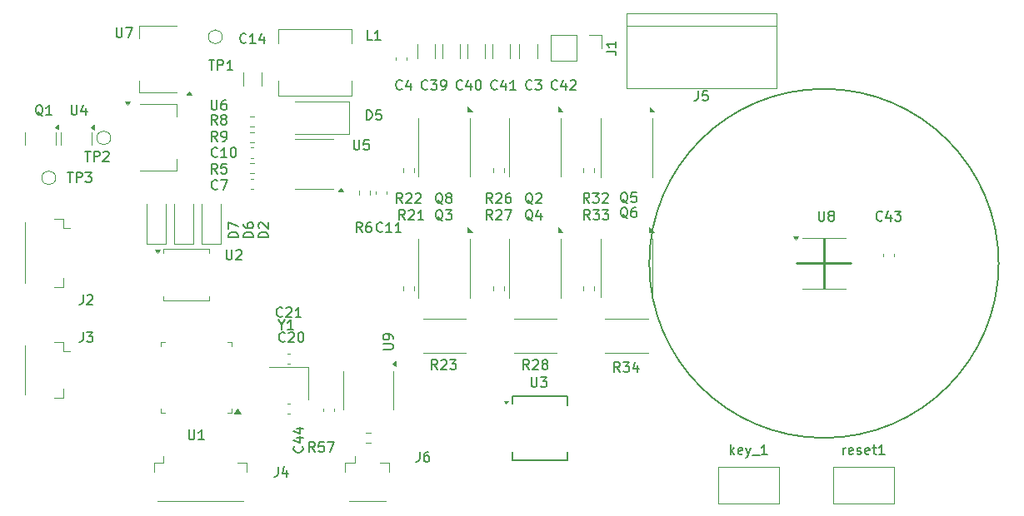
<source format=gbr>
%TF.GenerationSoftware,KiCad,Pcbnew,8.0.3-rc1*%
%TF.CreationDate,2024-06-29T16:34:31+08:00*%
%TF.ProjectId,MC_G431C8,4d435f47-3433-4314-9338-2e6b69636164,rev?*%
%TF.SameCoordinates,Original*%
%TF.FileFunction,Legend,Top*%
%TF.FilePolarity,Positive*%
%FSLAX46Y46*%
G04 Gerber Fmt 4.6, Leading zero omitted, Abs format (unit mm)*
G04 Created by KiCad (PCBNEW 8.0.3-rc1) date 2024-06-29 16:34:31*
%MOMM*%
%LPD*%
G01*
G04 APERTURE LIST*
%ADD10C,0.250000*%
%ADD11C,0.200000*%
%ADD12C,0.150000*%
%ADD13C,0.120000*%
G04 APERTURE END LIST*
D10*
X185000000Y-85000000D02*
X190500000Y-85000139D01*
D11*
X205500000Y-85000000D02*
G75*
G02*
X170000000Y-85000000I-17750000J0D01*
G01*
X170000000Y-85000000D02*
G75*
G02*
X205500000Y-85000000I17750000J0D01*
G01*
D10*
X187750000Y-82500139D02*
X187750000Y-87500139D01*
D12*
X144909142Y-78869487D02*
X144575809Y-78393296D01*
X144337714Y-78869487D02*
X144337714Y-77869487D01*
X144337714Y-77869487D02*
X144718666Y-77869487D01*
X144718666Y-77869487D02*
X144813904Y-77917106D01*
X144813904Y-77917106D02*
X144861523Y-77964725D01*
X144861523Y-77964725D02*
X144909142Y-78059963D01*
X144909142Y-78059963D02*
X144909142Y-78202820D01*
X144909142Y-78202820D02*
X144861523Y-78298058D01*
X144861523Y-78298058D02*
X144813904Y-78345677D01*
X144813904Y-78345677D02*
X144718666Y-78393296D01*
X144718666Y-78393296D02*
X144337714Y-78393296D01*
X145290095Y-77964725D02*
X145337714Y-77917106D01*
X145337714Y-77917106D02*
X145432952Y-77869487D01*
X145432952Y-77869487D02*
X145671047Y-77869487D01*
X145671047Y-77869487D02*
X145766285Y-77917106D01*
X145766285Y-77917106D02*
X145813904Y-77964725D01*
X145813904Y-77964725D02*
X145861523Y-78059963D01*
X145861523Y-78059963D02*
X145861523Y-78155201D01*
X145861523Y-78155201D02*
X145813904Y-78298058D01*
X145813904Y-78298058D02*
X145242476Y-78869487D01*
X145242476Y-78869487D02*
X145861523Y-78869487D01*
X146242476Y-77964725D02*
X146290095Y-77917106D01*
X146290095Y-77917106D02*
X146385333Y-77869487D01*
X146385333Y-77869487D02*
X146623428Y-77869487D01*
X146623428Y-77869487D02*
X146718666Y-77917106D01*
X146718666Y-77917106D02*
X146766285Y-77964725D01*
X146766285Y-77964725D02*
X146813904Y-78059963D01*
X146813904Y-78059963D02*
X146813904Y-78155201D01*
X146813904Y-78155201D02*
X146766285Y-78298058D01*
X146766285Y-78298058D02*
X146194857Y-78869487D01*
X146194857Y-78869487D02*
X146813904Y-78869487D01*
X111262095Y-68894819D02*
X111262095Y-69704342D01*
X111262095Y-69704342D02*
X111309714Y-69799580D01*
X111309714Y-69799580D02*
X111357333Y-69847200D01*
X111357333Y-69847200D02*
X111452571Y-69894819D01*
X111452571Y-69894819D02*
X111643047Y-69894819D01*
X111643047Y-69894819D02*
X111738285Y-69847200D01*
X111738285Y-69847200D02*
X111785904Y-69799580D01*
X111785904Y-69799580D02*
X111833523Y-69704342D01*
X111833523Y-69704342D02*
X111833523Y-68894819D01*
X112738285Y-69228152D02*
X112738285Y-69894819D01*
X112500190Y-68847200D02*
X112262095Y-69561485D01*
X112262095Y-69561485D02*
X112881142Y-69561485D01*
X160657142Y-67259580D02*
X160609523Y-67307200D01*
X160609523Y-67307200D02*
X160466666Y-67354819D01*
X160466666Y-67354819D02*
X160371428Y-67354819D01*
X160371428Y-67354819D02*
X160228571Y-67307200D01*
X160228571Y-67307200D02*
X160133333Y-67211961D01*
X160133333Y-67211961D02*
X160085714Y-67116723D01*
X160085714Y-67116723D02*
X160038095Y-66926247D01*
X160038095Y-66926247D02*
X160038095Y-66783390D01*
X160038095Y-66783390D02*
X160085714Y-66592914D01*
X160085714Y-66592914D02*
X160133333Y-66497676D01*
X160133333Y-66497676D02*
X160228571Y-66402438D01*
X160228571Y-66402438D02*
X160371428Y-66354819D01*
X160371428Y-66354819D02*
X160466666Y-66354819D01*
X160466666Y-66354819D02*
X160609523Y-66402438D01*
X160609523Y-66402438D02*
X160657142Y-66450057D01*
X161514285Y-66688152D02*
X161514285Y-67354819D01*
X161276190Y-66307200D02*
X161038095Y-67021485D01*
X161038095Y-67021485D02*
X161657142Y-67021485D01*
X161990476Y-66450057D02*
X162038095Y-66402438D01*
X162038095Y-66402438D02*
X162133333Y-66354819D01*
X162133333Y-66354819D02*
X162371428Y-66354819D01*
X162371428Y-66354819D02*
X162466666Y-66402438D01*
X162466666Y-66402438D02*
X162514285Y-66450057D01*
X162514285Y-66450057D02*
X162561904Y-66545295D01*
X162561904Y-66545295D02*
X162561904Y-66640533D01*
X162561904Y-66640533D02*
X162514285Y-66783390D01*
X162514285Y-66783390D02*
X161942857Y-67354819D01*
X161942857Y-67354819D02*
X162561904Y-67354819D01*
X158156761Y-80658057D02*
X158061523Y-80610438D01*
X158061523Y-80610438D02*
X157966285Y-80515200D01*
X157966285Y-80515200D02*
X157823428Y-80372342D01*
X157823428Y-80372342D02*
X157728190Y-80324723D01*
X157728190Y-80324723D02*
X157632952Y-80324723D01*
X157680571Y-80562819D02*
X157585333Y-80515200D01*
X157585333Y-80515200D02*
X157490095Y-80419961D01*
X157490095Y-80419961D02*
X157442476Y-80229485D01*
X157442476Y-80229485D02*
X157442476Y-79896152D01*
X157442476Y-79896152D02*
X157490095Y-79705676D01*
X157490095Y-79705676D02*
X157585333Y-79610438D01*
X157585333Y-79610438D02*
X157680571Y-79562819D01*
X157680571Y-79562819D02*
X157871047Y-79562819D01*
X157871047Y-79562819D02*
X157966285Y-79610438D01*
X157966285Y-79610438D02*
X158061523Y-79705676D01*
X158061523Y-79705676D02*
X158109142Y-79896152D01*
X158109142Y-79896152D02*
X158109142Y-80229485D01*
X158109142Y-80229485D02*
X158061523Y-80419961D01*
X158061523Y-80419961D02*
X157966285Y-80515200D01*
X157966285Y-80515200D02*
X157871047Y-80562819D01*
X157871047Y-80562819D02*
X157680571Y-80562819D01*
X158966285Y-79896152D02*
X158966285Y-80562819D01*
X158728190Y-79515200D02*
X158490095Y-80229485D01*
X158490095Y-80229485D02*
X159109142Y-80229485D01*
X134735580Y-103610857D02*
X134783200Y-103658476D01*
X134783200Y-103658476D02*
X134830819Y-103801333D01*
X134830819Y-103801333D02*
X134830819Y-103896571D01*
X134830819Y-103896571D02*
X134783200Y-104039428D01*
X134783200Y-104039428D02*
X134687961Y-104134666D01*
X134687961Y-104134666D02*
X134592723Y-104182285D01*
X134592723Y-104182285D02*
X134402247Y-104229904D01*
X134402247Y-104229904D02*
X134259390Y-104229904D01*
X134259390Y-104229904D02*
X134068914Y-104182285D01*
X134068914Y-104182285D02*
X133973676Y-104134666D01*
X133973676Y-104134666D02*
X133878438Y-104039428D01*
X133878438Y-104039428D02*
X133830819Y-103896571D01*
X133830819Y-103896571D02*
X133830819Y-103801333D01*
X133830819Y-103801333D02*
X133878438Y-103658476D01*
X133878438Y-103658476D02*
X133926057Y-103610857D01*
X134164152Y-102753714D02*
X134830819Y-102753714D01*
X133783200Y-102991809D02*
X134497485Y-103229904D01*
X134497485Y-103229904D02*
X134497485Y-102610857D01*
X134164152Y-101801333D02*
X134830819Y-101801333D01*
X133783200Y-102039428D02*
X134497485Y-102277523D01*
X134497485Y-102277523D02*
X134497485Y-101658476D01*
X132717142Y-90373580D02*
X132669523Y-90421200D01*
X132669523Y-90421200D02*
X132526666Y-90468819D01*
X132526666Y-90468819D02*
X132431428Y-90468819D01*
X132431428Y-90468819D02*
X132288571Y-90421200D01*
X132288571Y-90421200D02*
X132193333Y-90325961D01*
X132193333Y-90325961D02*
X132145714Y-90230723D01*
X132145714Y-90230723D02*
X132098095Y-90040247D01*
X132098095Y-90040247D02*
X132098095Y-89897390D01*
X132098095Y-89897390D02*
X132145714Y-89706914D01*
X132145714Y-89706914D02*
X132193333Y-89611676D01*
X132193333Y-89611676D02*
X132288571Y-89516438D01*
X132288571Y-89516438D02*
X132431428Y-89468819D01*
X132431428Y-89468819D02*
X132526666Y-89468819D01*
X132526666Y-89468819D02*
X132669523Y-89516438D01*
X132669523Y-89516438D02*
X132717142Y-89564057D01*
X133098095Y-89564057D02*
X133145714Y-89516438D01*
X133145714Y-89516438D02*
X133240952Y-89468819D01*
X133240952Y-89468819D02*
X133479047Y-89468819D01*
X133479047Y-89468819D02*
X133574285Y-89516438D01*
X133574285Y-89516438D02*
X133621904Y-89564057D01*
X133621904Y-89564057D02*
X133669523Y-89659295D01*
X133669523Y-89659295D02*
X133669523Y-89754533D01*
X133669523Y-89754533D02*
X133621904Y-89897390D01*
X133621904Y-89897390D02*
X133050476Y-90468819D01*
X133050476Y-90468819D02*
X133669523Y-90468819D01*
X134621904Y-90468819D02*
X134050476Y-90468819D01*
X134336190Y-90468819D02*
X134336190Y-89468819D01*
X134336190Y-89468819D02*
X134240952Y-89611676D01*
X134240952Y-89611676D02*
X134145714Y-89706914D01*
X134145714Y-89706914D02*
X134050476Y-89754533D01*
X110889095Y-75752819D02*
X111460523Y-75752819D01*
X111174809Y-76752819D02*
X111174809Y-75752819D01*
X111793857Y-76752819D02*
X111793857Y-75752819D01*
X111793857Y-75752819D02*
X112174809Y-75752819D01*
X112174809Y-75752819D02*
X112270047Y-75800438D01*
X112270047Y-75800438D02*
X112317666Y-75848057D01*
X112317666Y-75848057D02*
X112365285Y-75943295D01*
X112365285Y-75943295D02*
X112365285Y-76086152D01*
X112365285Y-76086152D02*
X112317666Y-76181390D01*
X112317666Y-76181390D02*
X112270047Y-76229009D01*
X112270047Y-76229009D02*
X112174809Y-76276628D01*
X112174809Y-76276628D02*
X111793857Y-76276628D01*
X112698619Y-75752819D02*
X113317666Y-75752819D01*
X113317666Y-75752819D02*
X112984333Y-76133771D01*
X112984333Y-76133771D02*
X113127190Y-76133771D01*
X113127190Y-76133771D02*
X113222428Y-76181390D01*
X113222428Y-76181390D02*
X113270047Y-76229009D01*
X113270047Y-76229009D02*
X113317666Y-76324247D01*
X113317666Y-76324247D02*
X113317666Y-76562342D01*
X113317666Y-76562342D02*
X113270047Y-76657580D01*
X113270047Y-76657580D02*
X113222428Y-76705200D01*
X113222428Y-76705200D02*
X113127190Y-76752819D01*
X113127190Y-76752819D02*
X112841476Y-76752819D01*
X112841476Y-76752819D02*
X112746238Y-76705200D01*
X112746238Y-76705200D02*
X112698619Y-76657580D01*
X147461866Y-67259580D02*
X147414247Y-67307200D01*
X147414247Y-67307200D02*
X147271390Y-67354819D01*
X147271390Y-67354819D02*
X147176152Y-67354819D01*
X147176152Y-67354819D02*
X147033295Y-67307200D01*
X147033295Y-67307200D02*
X146938057Y-67211961D01*
X146938057Y-67211961D02*
X146890438Y-67116723D01*
X146890438Y-67116723D02*
X146842819Y-66926247D01*
X146842819Y-66926247D02*
X146842819Y-66783390D01*
X146842819Y-66783390D02*
X146890438Y-66592914D01*
X146890438Y-66592914D02*
X146938057Y-66497676D01*
X146938057Y-66497676D02*
X147033295Y-66402438D01*
X147033295Y-66402438D02*
X147176152Y-66354819D01*
X147176152Y-66354819D02*
X147271390Y-66354819D01*
X147271390Y-66354819D02*
X147414247Y-66402438D01*
X147414247Y-66402438D02*
X147461866Y-66450057D01*
X147795200Y-66354819D02*
X148414247Y-66354819D01*
X148414247Y-66354819D02*
X148080914Y-66735771D01*
X148080914Y-66735771D02*
X148223771Y-66735771D01*
X148223771Y-66735771D02*
X148319009Y-66783390D01*
X148319009Y-66783390D02*
X148366628Y-66831009D01*
X148366628Y-66831009D02*
X148414247Y-66926247D01*
X148414247Y-66926247D02*
X148414247Y-67164342D01*
X148414247Y-67164342D02*
X148366628Y-67259580D01*
X148366628Y-67259580D02*
X148319009Y-67307200D01*
X148319009Y-67307200D02*
X148223771Y-67354819D01*
X148223771Y-67354819D02*
X147938057Y-67354819D01*
X147938057Y-67354819D02*
X147842819Y-67307200D01*
X147842819Y-67307200D02*
X147795200Y-67259580D01*
X148890438Y-67354819D02*
X149080914Y-67354819D01*
X149080914Y-67354819D02*
X149176152Y-67307200D01*
X149176152Y-67307200D02*
X149223771Y-67259580D01*
X149223771Y-67259580D02*
X149319009Y-67116723D01*
X149319009Y-67116723D02*
X149366628Y-66926247D01*
X149366628Y-66926247D02*
X149366628Y-66545295D01*
X149366628Y-66545295D02*
X149319009Y-66450057D01*
X149319009Y-66450057D02*
X149271390Y-66402438D01*
X149271390Y-66402438D02*
X149176152Y-66354819D01*
X149176152Y-66354819D02*
X148985676Y-66354819D01*
X148985676Y-66354819D02*
X148890438Y-66402438D01*
X148890438Y-66402438D02*
X148842819Y-66450057D01*
X148842819Y-66450057D02*
X148795200Y-66545295D01*
X148795200Y-66545295D02*
X148795200Y-66783390D01*
X148795200Y-66783390D02*
X148842819Y-66878628D01*
X148842819Y-66878628D02*
X148890438Y-66926247D01*
X148890438Y-66926247D02*
X148985676Y-66973866D01*
X148985676Y-66973866D02*
X149176152Y-66973866D01*
X149176152Y-66973866D02*
X149271390Y-66926247D01*
X149271390Y-66926247D02*
X149319009Y-66878628D01*
X149319009Y-66878628D02*
X149366628Y-66783390D01*
X189684761Y-104438819D02*
X189684761Y-103772152D01*
X189684761Y-103962628D02*
X189732380Y-103867390D01*
X189732380Y-103867390D02*
X189779999Y-103819771D01*
X189779999Y-103819771D02*
X189875237Y-103772152D01*
X189875237Y-103772152D02*
X189970475Y-103772152D01*
X190684761Y-104391200D02*
X190589523Y-104438819D01*
X190589523Y-104438819D02*
X190399047Y-104438819D01*
X190399047Y-104438819D02*
X190303809Y-104391200D01*
X190303809Y-104391200D02*
X190256190Y-104295961D01*
X190256190Y-104295961D02*
X190256190Y-103915009D01*
X190256190Y-103915009D02*
X190303809Y-103819771D01*
X190303809Y-103819771D02*
X190399047Y-103772152D01*
X190399047Y-103772152D02*
X190589523Y-103772152D01*
X190589523Y-103772152D02*
X190684761Y-103819771D01*
X190684761Y-103819771D02*
X190732380Y-103915009D01*
X190732380Y-103915009D02*
X190732380Y-104010247D01*
X190732380Y-104010247D02*
X190256190Y-104105485D01*
X191113333Y-104391200D02*
X191208571Y-104438819D01*
X191208571Y-104438819D02*
X191399047Y-104438819D01*
X191399047Y-104438819D02*
X191494285Y-104391200D01*
X191494285Y-104391200D02*
X191541904Y-104295961D01*
X191541904Y-104295961D02*
X191541904Y-104248342D01*
X191541904Y-104248342D02*
X191494285Y-104153104D01*
X191494285Y-104153104D02*
X191399047Y-104105485D01*
X191399047Y-104105485D02*
X191256190Y-104105485D01*
X191256190Y-104105485D02*
X191160952Y-104057866D01*
X191160952Y-104057866D02*
X191113333Y-103962628D01*
X191113333Y-103962628D02*
X191113333Y-103915009D01*
X191113333Y-103915009D02*
X191160952Y-103819771D01*
X191160952Y-103819771D02*
X191256190Y-103772152D01*
X191256190Y-103772152D02*
X191399047Y-103772152D01*
X191399047Y-103772152D02*
X191494285Y-103819771D01*
X192351428Y-104391200D02*
X192256190Y-104438819D01*
X192256190Y-104438819D02*
X192065714Y-104438819D01*
X192065714Y-104438819D02*
X191970476Y-104391200D01*
X191970476Y-104391200D02*
X191922857Y-104295961D01*
X191922857Y-104295961D02*
X191922857Y-103915009D01*
X191922857Y-103915009D02*
X191970476Y-103819771D01*
X191970476Y-103819771D02*
X192065714Y-103772152D01*
X192065714Y-103772152D02*
X192256190Y-103772152D01*
X192256190Y-103772152D02*
X192351428Y-103819771D01*
X192351428Y-103819771D02*
X192399047Y-103915009D01*
X192399047Y-103915009D02*
X192399047Y-104010247D01*
X192399047Y-104010247D02*
X191922857Y-104105485D01*
X192684762Y-103772152D02*
X193065714Y-103772152D01*
X192827619Y-103438819D02*
X192827619Y-104295961D01*
X192827619Y-104295961D02*
X192875238Y-104391200D01*
X192875238Y-104391200D02*
X192970476Y-104438819D01*
X192970476Y-104438819D02*
X193065714Y-104438819D01*
X193922857Y-104438819D02*
X193351429Y-104438819D01*
X193637143Y-104438819D02*
X193637143Y-103438819D01*
X193637143Y-103438819D02*
X193541905Y-103581676D01*
X193541905Y-103581676D02*
X193446667Y-103676914D01*
X193446667Y-103676914D02*
X193351429Y-103724533D01*
X126081333Y-70910819D02*
X125748000Y-70434628D01*
X125509905Y-70910819D02*
X125509905Y-69910819D01*
X125509905Y-69910819D02*
X125890857Y-69910819D01*
X125890857Y-69910819D02*
X125986095Y-69958438D01*
X125986095Y-69958438D02*
X126033714Y-70006057D01*
X126033714Y-70006057D02*
X126081333Y-70101295D01*
X126081333Y-70101295D02*
X126081333Y-70244152D01*
X126081333Y-70244152D02*
X126033714Y-70339390D01*
X126033714Y-70339390D02*
X125986095Y-70387009D01*
X125986095Y-70387009D02*
X125890857Y-70434628D01*
X125890857Y-70434628D02*
X125509905Y-70434628D01*
X126652762Y-70339390D02*
X126557524Y-70291771D01*
X126557524Y-70291771D02*
X126509905Y-70244152D01*
X126509905Y-70244152D02*
X126462286Y-70148914D01*
X126462286Y-70148914D02*
X126462286Y-70101295D01*
X126462286Y-70101295D02*
X126509905Y-70006057D01*
X126509905Y-70006057D02*
X126557524Y-69958438D01*
X126557524Y-69958438D02*
X126652762Y-69910819D01*
X126652762Y-69910819D02*
X126843238Y-69910819D01*
X126843238Y-69910819D02*
X126938476Y-69958438D01*
X126938476Y-69958438D02*
X126986095Y-70006057D01*
X126986095Y-70006057D02*
X127033714Y-70101295D01*
X127033714Y-70101295D02*
X127033714Y-70148914D01*
X127033714Y-70148914D02*
X126986095Y-70244152D01*
X126986095Y-70244152D02*
X126938476Y-70291771D01*
X126938476Y-70291771D02*
X126843238Y-70339390D01*
X126843238Y-70339390D02*
X126652762Y-70339390D01*
X126652762Y-70339390D02*
X126557524Y-70387009D01*
X126557524Y-70387009D02*
X126509905Y-70434628D01*
X126509905Y-70434628D02*
X126462286Y-70529866D01*
X126462286Y-70529866D02*
X126462286Y-70720342D01*
X126462286Y-70720342D02*
X126509905Y-70815580D01*
X126509905Y-70815580D02*
X126557524Y-70863200D01*
X126557524Y-70863200D02*
X126652762Y-70910819D01*
X126652762Y-70910819D02*
X126843238Y-70910819D01*
X126843238Y-70910819D02*
X126938476Y-70863200D01*
X126938476Y-70863200D02*
X126986095Y-70815580D01*
X126986095Y-70815580D02*
X127033714Y-70720342D01*
X127033714Y-70720342D02*
X127033714Y-70529866D01*
X127033714Y-70529866D02*
X126986095Y-70434628D01*
X126986095Y-70434628D02*
X126938476Y-70387009D01*
X126938476Y-70387009D02*
X126843238Y-70339390D01*
X154535694Y-67259580D02*
X154488075Y-67307200D01*
X154488075Y-67307200D02*
X154345218Y-67354819D01*
X154345218Y-67354819D02*
X154249980Y-67354819D01*
X154249980Y-67354819D02*
X154107123Y-67307200D01*
X154107123Y-67307200D02*
X154011885Y-67211961D01*
X154011885Y-67211961D02*
X153964266Y-67116723D01*
X153964266Y-67116723D02*
X153916647Y-66926247D01*
X153916647Y-66926247D02*
X153916647Y-66783390D01*
X153916647Y-66783390D02*
X153964266Y-66592914D01*
X153964266Y-66592914D02*
X154011885Y-66497676D01*
X154011885Y-66497676D02*
X154107123Y-66402438D01*
X154107123Y-66402438D02*
X154249980Y-66354819D01*
X154249980Y-66354819D02*
X154345218Y-66354819D01*
X154345218Y-66354819D02*
X154488075Y-66402438D01*
X154488075Y-66402438D02*
X154535694Y-66450057D01*
X155392837Y-66688152D02*
X155392837Y-67354819D01*
X155154742Y-66307200D02*
X154916647Y-67021485D01*
X154916647Y-67021485D02*
X155535694Y-67021485D01*
X156440456Y-67354819D02*
X155869028Y-67354819D01*
X156154742Y-67354819D02*
X156154742Y-66354819D01*
X156154742Y-66354819D02*
X156059504Y-66497676D01*
X156059504Y-66497676D02*
X155964266Y-66592914D01*
X155964266Y-66592914D02*
X155869028Y-66640533D01*
X112452666Y-88198819D02*
X112452666Y-88913104D01*
X112452666Y-88913104D02*
X112405047Y-89055961D01*
X112405047Y-89055961D02*
X112309809Y-89151200D01*
X112309809Y-89151200D02*
X112166952Y-89198819D01*
X112166952Y-89198819D02*
X112071714Y-89198819D01*
X112881238Y-88294057D02*
X112928857Y-88246438D01*
X112928857Y-88246438D02*
X113024095Y-88198819D01*
X113024095Y-88198819D02*
X113262190Y-88198819D01*
X113262190Y-88198819D02*
X113357428Y-88246438D01*
X113357428Y-88246438D02*
X113405047Y-88294057D01*
X113405047Y-88294057D02*
X113452666Y-88389295D01*
X113452666Y-88389295D02*
X113452666Y-88484533D01*
X113452666Y-88484533D02*
X113405047Y-88627390D01*
X113405047Y-88627390D02*
X112833619Y-89198819D01*
X112833619Y-89198819D02*
X113452666Y-89198819D01*
X140813333Y-81832819D02*
X140480000Y-81356628D01*
X140241905Y-81832819D02*
X140241905Y-80832819D01*
X140241905Y-80832819D02*
X140622857Y-80832819D01*
X140622857Y-80832819D02*
X140718095Y-80880438D01*
X140718095Y-80880438D02*
X140765714Y-80928057D01*
X140765714Y-80928057D02*
X140813333Y-81023295D01*
X140813333Y-81023295D02*
X140813333Y-81166152D01*
X140813333Y-81166152D02*
X140765714Y-81261390D01*
X140765714Y-81261390D02*
X140718095Y-81309009D01*
X140718095Y-81309009D02*
X140622857Y-81356628D01*
X140622857Y-81356628D02*
X140241905Y-81356628D01*
X141670476Y-80832819D02*
X141480000Y-80832819D01*
X141480000Y-80832819D02*
X141384762Y-80880438D01*
X141384762Y-80880438D02*
X141337143Y-80928057D01*
X141337143Y-80928057D02*
X141241905Y-81070914D01*
X141241905Y-81070914D02*
X141194286Y-81261390D01*
X141194286Y-81261390D02*
X141194286Y-81642342D01*
X141194286Y-81642342D02*
X141241905Y-81737580D01*
X141241905Y-81737580D02*
X141289524Y-81785200D01*
X141289524Y-81785200D02*
X141384762Y-81832819D01*
X141384762Y-81832819D02*
X141575238Y-81832819D01*
X141575238Y-81832819D02*
X141670476Y-81785200D01*
X141670476Y-81785200D02*
X141718095Y-81737580D01*
X141718095Y-81737580D02*
X141765714Y-81642342D01*
X141765714Y-81642342D02*
X141765714Y-81404247D01*
X141765714Y-81404247D02*
X141718095Y-81309009D01*
X141718095Y-81309009D02*
X141670476Y-81261390D01*
X141670476Y-81261390D02*
X141575238Y-81213771D01*
X141575238Y-81213771D02*
X141384762Y-81213771D01*
X141384762Y-81213771D02*
X141289524Y-81261390D01*
X141289524Y-81261390D02*
X141241905Y-81309009D01*
X141241905Y-81309009D02*
X141194286Y-81404247D01*
X149012761Y-80658057D02*
X148917523Y-80610438D01*
X148917523Y-80610438D02*
X148822285Y-80515200D01*
X148822285Y-80515200D02*
X148679428Y-80372342D01*
X148679428Y-80372342D02*
X148584190Y-80324723D01*
X148584190Y-80324723D02*
X148488952Y-80324723D01*
X148536571Y-80562819D02*
X148441333Y-80515200D01*
X148441333Y-80515200D02*
X148346095Y-80419961D01*
X148346095Y-80419961D02*
X148298476Y-80229485D01*
X148298476Y-80229485D02*
X148298476Y-79896152D01*
X148298476Y-79896152D02*
X148346095Y-79705676D01*
X148346095Y-79705676D02*
X148441333Y-79610438D01*
X148441333Y-79610438D02*
X148536571Y-79562819D01*
X148536571Y-79562819D02*
X148727047Y-79562819D01*
X148727047Y-79562819D02*
X148822285Y-79610438D01*
X148822285Y-79610438D02*
X148917523Y-79705676D01*
X148917523Y-79705676D02*
X148965142Y-79896152D01*
X148965142Y-79896152D02*
X148965142Y-80229485D01*
X148965142Y-80229485D02*
X148917523Y-80419961D01*
X148917523Y-80419961D02*
X148822285Y-80515200D01*
X148822285Y-80515200D02*
X148727047Y-80562819D01*
X148727047Y-80562819D02*
X148536571Y-80562819D01*
X149298476Y-79562819D02*
X149917523Y-79562819D01*
X149917523Y-79562819D02*
X149584190Y-79943771D01*
X149584190Y-79943771D02*
X149727047Y-79943771D01*
X149727047Y-79943771D02*
X149822285Y-79991390D01*
X149822285Y-79991390D02*
X149869904Y-80039009D01*
X149869904Y-80039009D02*
X149917523Y-80134247D01*
X149917523Y-80134247D02*
X149917523Y-80372342D01*
X149917523Y-80372342D02*
X149869904Y-80467580D01*
X149869904Y-80467580D02*
X149822285Y-80515200D01*
X149822285Y-80515200D02*
X149727047Y-80562819D01*
X149727047Y-80562819D02*
X149441333Y-80562819D01*
X149441333Y-80562819D02*
X149346095Y-80515200D01*
X149346095Y-80515200D02*
X149298476Y-80467580D01*
X127010095Y-83626819D02*
X127010095Y-84436342D01*
X127010095Y-84436342D02*
X127057714Y-84531580D01*
X127057714Y-84531580D02*
X127105333Y-84579200D01*
X127105333Y-84579200D02*
X127200571Y-84626819D01*
X127200571Y-84626819D02*
X127391047Y-84626819D01*
X127391047Y-84626819D02*
X127486285Y-84579200D01*
X127486285Y-84579200D02*
X127533904Y-84531580D01*
X127533904Y-84531580D02*
X127581523Y-84436342D01*
X127581523Y-84436342D02*
X127581523Y-83626819D01*
X128010095Y-83722057D02*
X128057714Y-83674438D01*
X128057714Y-83674438D02*
X128152952Y-83626819D01*
X128152952Y-83626819D02*
X128391047Y-83626819D01*
X128391047Y-83626819D02*
X128486285Y-83674438D01*
X128486285Y-83674438D02*
X128533904Y-83722057D01*
X128533904Y-83722057D02*
X128581523Y-83817295D01*
X128581523Y-83817295D02*
X128581523Y-83912533D01*
X128581523Y-83912533D02*
X128533904Y-84055390D01*
X128533904Y-84055390D02*
X127962476Y-84626819D01*
X127962476Y-84626819D02*
X128581523Y-84626819D01*
X167007142Y-96056819D02*
X166673809Y-95580628D01*
X166435714Y-96056819D02*
X166435714Y-95056819D01*
X166435714Y-95056819D02*
X166816666Y-95056819D01*
X166816666Y-95056819D02*
X166911904Y-95104438D01*
X166911904Y-95104438D02*
X166959523Y-95152057D01*
X166959523Y-95152057D02*
X167007142Y-95247295D01*
X167007142Y-95247295D02*
X167007142Y-95390152D01*
X167007142Y-95390152D02*
X166959523Y-95485390D01*
X166959523Y-95485390D02*
X166911904Y-95533009D01*
X166911904Y-95533009D02*
X166816666Y-95580628D01*
X166816666Y-95580628D02*
X166435714Y-95580628D01*
X167340476Y-95056819D02*
X167959523Y-95056819D01*
X167959523Y-95056819D02*
X167626190Y-95437771D01*
X167626190Y-95437771D02*
X167769047Y-95437771D01*
X167769047Y-95437771D02*
X167864285Y-95485390D01*
X167864285Y-95485390D02*
X167911904Y-95533009D01*
X167911904Y-95533009D02*
X167959523Y-95628247D01*
X167959523Y-95628247D02*
X167959523Y-95866342D01*
X167959523Y-95866342D02*
X167911904Y-95961580D01*
X167911904Y-95961580D02*
X167864285Y-96009200D01*
X167864285Y-96009200D02*
X167769047Y-96056819D01*
X167769047Y-96056819D02*
X167483333Y-96056819D01*
X167483333Y-96056819D02*
X167388095Y-96009200D01*
X167388095Y-96009200D02*
X167340476Y-95961580D01*
X168816666Y-95390152D02*
X168816666Y-96056819D01*
X168578571Y-95009200D02*
X168340476Y-95723485D01*
X168340476Y-95723485D02*
X168959523Y-95723485D01*
X150998780Y-67259580D02*
X150951161Y-67307200D01*
X150951161Y-67307200D02*
X150808304Y-67354819D01*
X150808304Y-67354819D02*
X150713066Y-67354819D01*
X150713066Y-67354819D02*
X150570209Y-67307200D01*
X150570209Y-67307200D02*
X150474971Y-67211961D01*
X150474971Y-67211961D02*
X150427352Y-67116723D01*
X150427352Y-67116723D02*
X150379733Y-66926247D01*
X150379733Y-66926247D02*
X150379733Y-66783390D01*
X150379733Y-66783390D02*
X150427352Y-66592914D01*
X150427352Y-66592914D02*
X150474971Y-66497676D01*
X150474971Y-66497676D02*
X150570209Y-66402438D01*
X150570209Y-66402438D02*
X150713066Y-66354819D01*
X150713066Y-66354819D02*
X150808304Y-66354819D01*
X150808304Y-66354819D02*
X150951161Y-66402438D01*
X150951161Y-66402438D02*
X150998780Y-66450057D01*
X151855923Y-66688152D02*
X151855923Y-67354819D01*
X151617828Y-66307200D02*
X151379733Y-67021485D01*
X151379733Y-67021485D02*
X151998780Y-67021485D01*
X152570209Y-66354819D02*
X152665447Y-66354819D01*
X152665447Y-66354819D02*
X152760685Y-66402438D01*
X152760685Y-66402438D02*
X152808304Y-66450057D01*
X152808304Y-66450057D02*
X152855923Y-66545295D01*
X152855923Y-66545295D02*
X152903542Y-66735771D01*
X152903542Y-66735771D02*
X152903542Y-66973866D01*
X152903542Y-66973866D02*
X152855923Y-67164342D01*
X152855923Y-67164342D02*
X152808304Y-67259580D01*
X152808304Y-67259580D02*
X152760685Y-67307200D01*
X152760685Y-67307200D02*
X152665447Y-67354819D01*
X152665447Y-67354819D02*
X152570209Y-67354819D01*
X152570209Y-67354819D02*
X152474971Y-67307200D01*
X152474971Y-67307200D02*
X152427352Y-67259580D01*
X152427352Y-67259580D02*
X152379733Y-67164342D01*
X152379733Y-67164342D02*
X152332114Y-66973866D01*
X152332114Y-66973866D02*
X152332114Y-66735771D01*
X152332114Y-66735771D02*
X152379733Y-66545295D01*
X152379733Y-66545295D02*
X152427352Y-66450057D01*
X152427352Y-66450057D02*
X152474971Y-66402438D01*
X152474971Y-66402438D02*
X152570209Y-66354819D01*
X141257905Y-70402819D02*
X141257905Y-69402819D01*
X141257905Y-69402819D02*
X141496000Y-69402819D01*
X141496000Y-69402819D02*
X141638857Y-69450438D01*
X141638857Y-69450438D02*
X141734095Y-69545676D01*
X141734095Y-69545676D02*
X141781714Y-69640914D01*
X141781714Y-69640914D02*
X141829333Y-69831390D01*
X141829333Y-69831390D02*
X141829333Y-69974247D01*
X141829333Y-69974247D02*
X141781714Y-70164723D01*
X141781714Y-70164723D02*
X141734095Y-70259961D01*
X141734095Y-70259961D02*
X141638857Y-70355200D01*
X141638857Y-70355200D02*
X141496000Y-70402819D01*
X141496000Y-70402819D02*
X141257905Y-70402819D01*
X142734095Y-69402819D02*
X142257905Y-69402819D01*
X142257905Y-69402819D02*
X142210286Y-69879009D01*
X142210286Y-69879009D02*
X142257905Y-69831390D01*
X142257905Y-69831390D02*
X142353143Y-69783771D01*
X142353143Y-69783771D02*
X142591238Y-69783771D01*
X142591238Y-69783771D02*
X142686476Y-69831390D01*
X142686476Y-69831390D02*
X142734095Y-69879009D01*
X142734095Y-69879009D02*
X142781714Y-69974247D01*
X142781714Y-69974247D02*
X142781714Y-70212342D01*
X142781714Y-70212342D02*
X142734095Y-70307580D01*
X142734095Y-70307580D02*
X142686476Y-70355200D01*
X142686476Y-70355200D02*
X142591238Y-70402819D01*
X142591238Y-70402819D02*
X142353143Y-70402819D01*
X142353143Y-70402819D02*
X142257905Y-70355200D01*
X142257905Y-70355200D02*
X142210286Y-70307580D01*
X193677142Y-80594580D02*
X193629523Y-80642200D01*
X193629523Y-80642200D02*
X193486666Y-80689819D01*
X193486666Y-80689819D02*
X193391428Y-80689819D01*
X193391428Y-80689819D02*
X193248571Y-80642200D01*
X193248571Y-80642200D02*
X193153333Y-80546961D01*
X193153333Y-80546961D02*
X193105714Y-80451723D01*
X193105714Y-80451723D02*
X193058095Y-80261247D01*
X193058095Y-80261247D02*
X193058095Y-80118390D01*
X193058095Y-80118390D02*
X193105714Y-79927914D01*
X193105714Y-79927914D02*
X193153333Y-79832676D01*
X193153333Y-79832676D02*
X193248571Y-79737438D01*
X193248571Y-79737438D02*
X193391428Y-79689819D01*
X193391428Y-79689819D02*
X193486666Y-79689819D01*
X193486666Y-79689819D02*
X193629523Y-79737438D01*
X193629523Y-79737438D02*
X193677142Y-79785057D01*
X194534285Y-80023152D02*
X194534285Y-80689819D01*
X194296190Y-79642200D02*
X194058095Y-80356485D01*
X194058095Y-80356485D02*
X194677142Y-80356485D01*
X194962857Y-79689819D02*
X195581904Y-79689819D01*
X195581904Y-79689819D02*
X195248571Y-80070771D01*
X195248571Y-80070771D02*
X195391428Y-80070771D01*
X195391428Y-80070771D02*
X195486666Y-80118390D01*
X195486666Y-80118390D02*
X195534285Y-80166009D01*
X195534285Y-80166009D02*
X195581904Y-80261247D01*
X195581904Y-80261247D02*
X195581904Y-80499342D01*
X195581904Y-80499342D02*
X195534285Y-80594580D01*
X195534285Y-80594580D02*
X195486666Y-80642200D01*
X195486666Y-80642200D02*
X195391428Y-80689819D01*
X195391428Y-80689819D02*
X195105714Y-80689819D01*
X195105714Y-80689819D02*
X195010476Y-80642200D01*
X195010476Y-80642200D02*
X194962857Y-80594580D01*
X142955484Y-93760239D02*
X143765007Y-93760239D01*
X143765007Y-93760239D02*
X143860245Y-93712620D01*
X143860245Y-93712620D02*
X143907865Y-93665001D01*
X143907865Y-93665001D02*
X143955484Y-93569763D01*
X143955484Y-93569763D02*
X143955484Y-93379287D01*
X143955484Y-93379287D02*
X143907865Y-93284049D01*
X143907865Y-93284049D02*
X143860245Y-93236430D01*
X143860245Y-93236430D02*
X143765007Y-93188811D01*
X143765007Y-93188811D02*
X142955484Y-93188811D01*
X143955484Y-92665001D02*
X143955484Y-92474525D01*
X143955484Y-92474525D02*
X143907865Y-92379287D01*
X143907865Y-92379287D02*
X143860245Y-92331668D01*
X143860245Y-92331668D02*
X143717388Y-92236430D01*
X143717388Y-92236430D02*
X143526912Y-92188811D01*
X143526912Y-92188811D02*
X143145960Y-92188811D01*
X143145960Y-92188811D02*
X143050722Y-92236430D01*
X143050722Y-92236430D02*
X143003103Y-92284049D01*
X143003103Y-92284049D02*
X142955484Y-92379287D01*
X142955484Y-92379287D02*
X142955484Y-92569763D01*
X142955484Y-92569763D02*
X143003103Y-92665001D01*
X143003103Y-92665001D02*
X143050722Y-92712620D01*
X143050722Y-92712620D02*
X143145960Y-92760239D01*
X143145960Y-92760239D02*
X143384055Y-92760239D01*
X143384055Y-92760239D02*
X143479293Y-92712620D01*
X143479293Y-92712620D02*
X143526912Y-92665001D01*
X143526912Y-92665001D02*
X143574531Y-92569763D01*
X143574531Y-92569763D02*
X143574531Y-92379287D01*
X143574531Y-92379287D02*
X143526912Y-92284049D01*
X143526912Y-92284049D02*
X143479293Y-92236430D01*
X143479293Y-92236430D02*
X143384055Y-92188811D01*
X126113142Y-74117580D02*
X126065523Y-74165200D01*
X126065523Y-74165200D02*
X125922666Y-74212819D01*
X125922666Y-74212819D02*
X125827428Y-74212819D01*
X125827428Y-74212819D02*
X125684571Y-74165200D01*
X125684571Y-74165200D02*
X125589333Y-74069961D01*
X125589333Y-74069961D02*
X125541714Y-73974723D01*
X125541714Y-73974723D02*
X125494095Y-73784247D01*
X125494095Y-73784247D02*
X125494095Y-73641390D01*
X125494095Y-73641390D02*
X125541714Y-73450914D01*
X125541714Y-73450914D02*
X125589333Y-73355676D01*
X125589333Y-73355676D02*
X125684571Y-73260438D01*
X125684571Y-73260438D02*
X125827428Y-73212819D01*
X125827428Y-73212819D02*
X125922666Y-73212819D01*
X125922666Y-73212819D02*
X126065523Y-73260438D01*
X126065523Y-73260438D02*
X126113142Y-73308057D01*
X127065523Y-74212819D02*
X126494095Y-74212819D01*
X126779809Y-74212819D02*
X126779809Y-73212819D01*
X126779809Y-73212819D02*
X126684571Y-73355676D01*
X126684571Y-73355676D02*
X126589333Y-73450914D01*
X126589333Y-73450914D02*
X126494095Y-73498533D01*
X127684571Y-73212819D02*
X127779809Y-73212819D01*
X127779809Y-73212819D02*
X127875047Y-73260438D01*
X127875047Y-73260438D02*
X127922666Y-73308057D01*
X127922666Y-73308057D02*
X127970285Y-73403295D01*
X127970285Y-73403295D02*
X128017904Y-73593771D01*
X128017904Y-73593771D02*
X128017904Y-73831866D01*
X128017904Y-73831866D02*
X127970285Y-74022342D01*
X127970285Y-74022342D02*
X127922666Y-74117580D01*
X127922666Y-74117580D02*
X127875047Y-74165200D01*
X127875047Y-74165200D02*
X127779809Y-74212819D01*
X127779809Y-74212819D02*
X127684571Y-74212819D01*
X127684571Y-74212819D02*
X127589333Y-74165200D01*
X127589333Y-74165200D02*
X127541714Y-74117580D01*
X127541714Y-74117580D02*
X127494095Y-74022342D01*
X127494095Y-74022342D02*
X127446476Y-73831866D01*
X127446476Y-73831866D02*
X127446476Y-73593771D01*
X127446476Y-73593771D02*
X127494095Y-73403295D01*
X127494095Y-73403295D02*
X127541714Y-73308057D01*
X127541714Y-73308057D02*
X127589333Y-73260438D01*
X127589333Y-73260438D02*
X127684571Y-73212819D01*
X178262666Y-104438819D02*
X178262666Y-103438819D01*
X178357904Y-104057866D02*
X178643618Y-104438819D01*
X178643618Y-103772152D02*
X178262666Y-104153104D01*
X179453142Y-104391200D02*
X179357904Y-104438819D01*
X179357904Y-104438819D02*
X179167428Y-104438819D01*
X179167428Y-104438819D02*
X179072190Y-104391200D01*
X179072190Y-104391200D02*
X179024571Y-104295961D01*
X179024571Y-104295961D02*
X179024571Y-103915009D01*
X179024571Y-103915009D02*
X179072190Y-103819771D01*
X179072190Y-103819771D02*
X179167428Y-103772152D01*
X179167428Y-103772152D02*
X179357904Y-103772152D01*
X179357904Y-103772152D02*
X179453142Y-103819771D01*
X179453142Y-103819771D02*
X179500761Y-103915009D01*
X179500761Y-103915009D02*
X179500761Y-104010247D01*
X179500761Y-104010247D02*
X179024571Y-104105485D01*
X179834095Y-103772152D02*
X180072190Y-104438819D01*
X180310285Y-103772152D02*
X180072190Y-104438819D01*
X180072190Y-104438819D02*
X179976952Y-104676914D01*
X179976952Y-104676914D02*
X179929333Y-104724533D01*
X179929333Y-104724533D02*
X179834095Y-104772152D01*
X180453143Y-104534057D02*
X181215047Y-104534057D01*
X181976952Y-104438819D02*
X181405524Y-104438819D01*
X181691238Y-104438819D02*
X181691238Y-103438819D01*
X181691238Y-103438819D02*
X181596000Y-103581676D01*
X181596000Y-103581676D02*
X181500762Y-103676914D01*
X181500762Y-103676914D02*
X181405524Y-103724533D01*
X163915142Y-78835819D02*
X163581809Y-78359628D01*
X163343714Y-78835819D02*
X163343714Y-77835819D01*
X163343714Y-77835819D02*
X163724666Y-77835819D01*
X163724666Y-77835819D02*
X163819904Y-77883438D01*
X163819904Y-77883438D02*
X163867523Y-77931057D01*
X163867523Y-77931057D02*
X163915142Y-78026295D01*
X163915142Y-78026295D02*
X163915142Y-78169152D01*
X163915142Y-78169152D02*
X163867523Y-78264390D01*
X163867523Y-78264390D02*
X163819904Y-78312009D01*
X163819904Y-78312009D02*
X163724666Y-78359628D01*
X163724666Y-78359628D02*
X163343714Y-78359628D01*
X164248476Y-77835819D02*
X164867523Y-77835819D01*
X164867523Y-77835819D02*
X164534190Y-78216771D01*
X164534190Y-78216771D02*
X164677047Y-78216771D01*
X164677047Y-78216771D02*
X164772285Y-78264390D01*
X164772285Y-78264390D02*
X164819904Y-78312009D01*
X164819904Y-78312009D02*
X164867523Y-78407247D01*
X164867523Y-78407247D02*
X164867523Y-78645342D01*
X164867523Y-78645342D02*
X164819904Y-78740580D01*
X164819904Y-78740580D02*
X164772285Y-78788200D01*
X164772285Y-78788200D02*
X164677047Y-78835819D01*
X164677047Y-78835819D02*
X164391333Y-78835819D01*
X164391333Y-78835819D02*
X164296095Y-78788200D01*
X164296095Y-78788200D02*
X164248476Y-78740580D01*
X165248476Y-77931057D02*
X165296095Y-77883438D01*
X165296095Y-77883438D02*
X165391333Y-77835819D01*
X165391333Y-77835819D02*
X165629428Y-77835819D01*
X165629428Y-77835819D02*
X165724666Y-77883438D01*
X165724666Y-77883438D02*
X165772285Y-77931057D01*
X165772285Y-77931057D02*
X165819904Y-78026295D01*
X165819904Y-78026295D02*
X165819904Y-78121533D01*
X165819904Y-78121533D02*
X165772285Y-78264390D01*
X165772285Y-78264390D02*
X165200857Y-78835819D01*
X165200857Y-78835819D02*
X165819904Y-78835819D01*
X142877142Y-81737580D02*
X142829523Y-81785200D01*
X142829523Y-81785200D02*
X142686666Y-81832819D01*
X142686666Y-81832819D02*
X142591428Y-81832819D01*
X142591428Y-81832819D02*
X142448571Y-81785200D01*
X142448571Y-81785200D02*
X142353333Y-81689961D01*
X142353333Y-81689961D02*
X142305714Y-81594723D01*
X142305714Y-81594723D02*
X142258095Y-81404247D01*
X142258095Y-81404247D02*
X142258095Y-81261390D01*
X142258095Y-81261390D02*
X142305714Y-81070914D01*
X142305714Y-81070914D02*
X142353333Y-80975676D01*
X142353333Y-80975676D02*
X142448571Y-80880438D01*
X142448571Y-80880438D02*
X142591428Y-80832819D01*
X142591428Y-80832819D02*
X142686666Y-80832819D01*
X142686666Y-80832819D02*
X142829523Y-80880438D01*
X142829523Y-80880438D02*
X142877142Y-80928057D01*
X143829523Y-81832819D02*
X143258095Y-81832819D01*
X143543809Y-81832819D02*
X143543809Y-80832819D01*
X143543809Y-80832819D02*
X143448571Y-80975676D01*
X143448571Y-80975676D02*
X143353333Y-81070914D01*
X143353333Y-81070914D02*
X143258095Y-81118533D01*
X144781904Y-81832819D02*
X144210476Y-81832819D01*
X144496190Y-81832819D02*
X144496190Y-80832819D01*
X144496190Y-80832819D02*
X144400952Y-80975676D01*
X144400952Y-80975676D02*
X144305714Y-81070914D01*
X144305714Y-81070914D02*
X144210476Y-81118533D01*
X112667095Y-73593819D02*
X113238523Y-73593819D01*
X112952809Y-74593819D02*
X112952809Y-73593819D01*
X113571857Y-74593819D02*
X113571857Y-73593819D01*
X113571857Y-73593819D02*
X113952809Y-73593819D01*
X113952809Y-73593819D02*
X114048047Y-73641438D01*
X114048047Y-73641438D02*
X114095666Y-73689057D01*
X114095666Y-73689057D02*
X114143285Y-73784295D01*
X114143285Y-73784295D02*
X114143285Y-73927152D01*
X114143285Y-73927152D02*
X114095666Y-74022390D01*
X114095666Y-74022390D02*
X114048047Y-74070009D01*
X114048047Y-74070009D02*
X113952809Y-74117628D01*
X113952809Y-74117628D02*
X113571857Y-74117628D01*
X114524238Y-73689057D02*
X114571857Y-73641438D01*
X114571857Y-73641438D02*
X114667095Y-73593819D01*
X114667095Y-73593819D02*
X114905190Y-73593819D01*
X114905190Y-73593819D02*
X115000428Y-73641438D01*
X115000428Y-73641438D02*
X115048047Y-73689057D01*
X115048047Y-73689057D02*
X115095666Y-73784295D01*
X115095666Y-73784295D02*
X115095666Y-73879533D01*
X115095666Y-73879533D02*
X115048047Y-74022390D01*
X115048047Y-74022390D02*
X114476619Y-74593819D01*
X114476619Y-74593819D02*
X115095666Y-74593819D01*
X125486095Y-68386819D02*
X125486095Y-69196342D01*
X125486095Y-69196342D02*
X125533714Y-69291580D01*
X125533714Y-69291580D02*
X125581333Y-69339200D01*
X125581333Y-69339200D02*
X125676571Y-69386819D01*
X125676571Y-69386819D02*
X125867047Y-69386819D01*
X125867047Y-69386819D02*
X125962285Y-69339200D01*
X125962285Y-69339200D02*
X126009904Y-69291580D01*
X126009904Y-69291580D02*
X126057523Y-69196342D01*
X126057523Y-69196342D02*
X126057523Y-68386819D01*
X126962285Y-68386819D02*
X126771809Y-68386819D01*
X126771809Y-68386819D02*
X126676571Y-68434438D01*
X126676571Y-68434438D02*
X126628952Y-68482057D01*
X126628952Y-68482057D02*
X126533714Y-68624914D01*
X126533714Y-68624914D02*
X126486095Y-68815390D01*
X126486095Y-68815390D02*
X126486095Y-69196342D01*
X126486095Y-69196342D02*
X126533714Y-69291580D01*
X126533714Y-69291580D02*
X126581333Y-69339200D01*
X126581333Y-69339200D02*
X126676571Y-69386819D01*
X126676571Y-69386819D02*
X126867047Y-69386819D01*
X126867047Y-69386819D02*
X126962285Y-69339200D01*
X126962285Y-69339200D02*
X127009904Y-69291580D01*
X127009904Y-69291580D02*
X127057523Y-69196342D01*
X127057523Y-69196342D02*
X127057523Y-68958247D01*
X127057523Y-68958247D02*
X127009904Y-68863009D01*
X127009904Y-68863009D02*
X126962285Y-68815390D01*
X126962285Y-68815390D02*
X126867047Y-68767771D01*
X126867047Y-68767771D02*
X126676571Y-68767771D01*
X126676571Y-68767771D02*
X126581333Y-68815390D01*
X126581333Y-68815390D02*
X126533714Y-68863009D01*
X126533714Y-68863009D02*
X126486095Y-68958247D01*
X167808761Y-80404057D02*
X167713523Y-80356438D01*
X167713523Y-80356438D02*
X167618285Y-80261200D01*
X167618285Y-80261200D02*
X167475428Y-80118342D01*
X167475428Y-80118342D02*
X167380190Y-80070723D01*
X167380190Y-80070723D02*
X167284952Y-80070723D01*
X167332571Y-80308819D02*
X167237333Y-80261200D01*
X167237333Y-80261200D02*
X167142095Y-80165961D01*
X167142095Y-80165961D02*
X167094476Y-79975485D01*
X167094476Y-79975485D02*
X167094476Y-79642152D01*
X167094476Y-79642152D02*
X167142095Y-79451676D01*
X167142095Y-79451676D02*
X167237333Y-79356438D01*
X167237333Y-79356438D02*
X167332571Y-79308819D01*
X167332571Y-79308819D02*
X167523047Y-79308819D01*
X167523047Y-79308819D02*
X167618285Y-79356438D01*
X167618285Y-79356438D02*
X167713523Y-79451676D01*
X167713523Y-79451676D02*
X167761142Y-79642152D01*
X167761142Y-79642152D02*
X167761142Y-79975485D01*
X167761142Y-79975485D02*
X167713523Y-80165961D01*
X167713523Y-80165961D02*
X167618285Y-80261200D01*
X167618285Y-80261200D02*
X167523047Y-80308819D01*
X167523047Y-80308819D02*
X167332571Y-80308819D01*
X168618285Y-79308819D02*
X168427809Y-79308819D01*
X168427809Y-79308819D02*
X168332571Y-79356438D01*
X168332571Y-79356438D02*
X168284952Y-79404057D01*
X168284952Y-79404057D02*
X168189714Y-79546914D01*
X168189714Y-79546914D02*
X168142095Y-79737390D01*
X168142095Y-79737390D02*
X168142095Y-80118342D01*
X168142095Y-80118342D02*
X168189714Y-80213580D01*
X168189714Y-80213580D02*
X168237333Y-80261200D01*
X168237333Y-80261200D02*
X168332571Y-80308819D01*
X168332571Y-80308819D02*
X168523047Y-80308819D01*
X168523047Y-80308819D02*
X168618285Y-80261200D01*
X168618285Y-80261200D02*
X168665904Y-80213580D01*
X168665904Y-80213580D02*
X168713523Y-80118342D01*
X168713523Y-80118342D02*
X168713523Y-79880247D01*
X168713523Y-79880247D02*
X168665904Y-79785009D01*
X168665904Y-79785009D02*
X168618285Y-79737390D01*
X168618285Y-79737390D02*
X168523047Y-79689771D01*
X168523047Y-79689771D02*
X168332571Y-79689771D01*
X168332571Y-79689771D02*
X168237333Y-79737390D01*
X168237333Y-79737390D02*
X168189714Y-79785009D01*
X168189714Y-79785009D02*
X168142095Y-79880247D01*
X129021376Y-62511636D02*
X128973757Y-62559256D01*
X128973757Y-62559256D02*
X128830900Y-62606875D01*
X128830900Y-62606875D02*
X128735662Y-62606875D01*
X128735662Y-62606875D02*
X128592805Y-62559256D01*
X128592805Y-62559256D02*
X128497567Y-62464017D01*
X128497567Y-62464017D02*
X128449948Y-62368779D01*
X128449948Y-62368779D02*
X128402329Y-62178303D01*
X128402329Y-62178303D02*
X128402329Y-62035446D01*
X128402329Y-62035446D02*
X128449948Y-61844970D01*
X128449948Y-61844970D02*
X128497567Y-61749732D01*
X128497567Y-61749732D02*
X128592805Y-61654494D01*
X128592805Y-61654494D02*
X128735662Y-61606875D01*
X128735662Y-61606875D02*
X128830900Y-61606875D01*
X128830900Y-61606875D02*
X128973757Y-61654494D01*
X128973757Y-61654494D02*
X129021376Y-61702113D01*
X129973757Y-62606875D02*
X129402329Y-62606875D01*
X129688043Y-62606875D02*
X129688043Y-61606875D01*
X129688043Y-61606875D02*
X129592805Y-61749732D01*
X129592805Y-61749732D02*
X129497567Y-61844970D01*
X129497567Y-61844970D02*
X129402329Y-61892589D01*
X130830900Y-61940208D02*
X130830900Y-62606875D01*
X130592805Y-61559256D02*
X130354710Y-62273541D01*
X130354710Y-62273541D02*
X130973757Y-62273541D01*
X144877333Y-67259580D02*
X144829714Y-67307200D01*
X144829714Y-67307200D02*
X144686857Y-67354819D01*
X144686857Y-67354819D02*
X144591619Y-67354819D01*
X144591619Y-67354819D02*
X144448762Y-67307200D01*
X144448762Y-67307200D02*
X144353524Y-67211961D01*
X144353524Y-67211961D02*
X144305905Y-67116723D01*
X144305905Y-67116723D02*
X144258286Y-66926247D01*
X144258286Y-66926247D02*
X144258286Y-66783390D01*
X144258286Y-66783390D02*
X144305905Y-66592914D01*
X144305905Y-66592914D02*
X144353524Y-66497676D01*
X144353524Y-66497676D02*
X144448762Y-66402438D01*
X144448762Y-66402438D02*
X144591619Y-66354819D01*
X144591619Y-66354819D02*
X144686857Y-66354819D01*
X144686857Y-66354819D02*
X144829714Y-66402438D01*
X144829714Y-66402438D02*
X144877333Y-66450057D01*
X145734476Y-66688152D02*
X145734476Y-67354819D01*
X145496381Y-66307200D02*
X145258286Y-67021485D01*
X145258286Y-67021485D02*
X145877333Y-67021485D01*
X163959142Y-80562819D02*
X163625809Y-80086628D01*
X163387714Y-80562819D02*
X163387714Y-79562819D01*
X163387714Y-79562819D02*
X163768666Y-79562819D01*
X163768666Y-79562819D02*
X163863904Y-79610438D01*
X163863904Y-79610438D02*
X163911523Y-79658057D01*
X163911523Y-79658057D02*
X163959142Y-79753295D01*
X163959142Y-79753295D02*
X163959142Y-79896152D01*
X163959142Y-79896152D02*
X163911523Y-79991390D01*
X163911523Y-79991390D02*
X163863904Y-80039009D01*
X163863904Y-80039009D02*
X163768666Y-80086628D01*
X163768666Y-80086628D02*
X163387714Y-80086628D01*
X164292476Y-79562819D02*
X164911523Y-79562819D01*
X164911523Y-79562819D02*
X164578190Y-79943771D01*
X164578190Y-79943771D02*
X164721047Y-79943771D01*
X164721047Y-79943771D02*
X164816285Y-79991390D01*
X164816285Y-79991390D02*
X164863904Y-80039009D01*
X164863904Y-80039009D02*
X164911523Y-80134247D01*
X164911523Y-80134247D02*
X164911523Y-80372342D01*
X164911523Y-80372342D02*
X164863904Y-80467580D01*
X164863904Y-80467580D02*
X164816285Y-80515200D01*
X164816285Y-80515200D02*
X164721047Y-80562819D01*
X164721047Y-80562819D02*
X164435333Y-80562819D01*
X164435333Y-80562819D02*
X164340095Y-80515200D01*
X164340095Y-80515200D02*
X164292476Y-80467580D01*
X165244857Y-79562819D02*
X165863904Y-79562819D01*
X165863904Y-79562819D02*
X165530571Y-79943771D01*
X165530571Y-79943771D02*
X165673428Y-79943771D01*
X165673428Y-79943771D02*
X165768666Y-79991390D01*
X165768666Y-79991390D02*
X165816285Y-80039009D01*
X165816285Y-80039009D02*
X165863904Y-80134247D01*
X165863904Y-80134247D02*
X165863904Y-80372342D01*
X165863904Y-80372342D02*
X165816285Y-80467580D01*
X165816285Y-80467580D02*
X165768666Y-80515200D01*
X165768666Y-80515200D02*
X165673428Y-80562819D01*
X165673428Y-80562819D02*
X165387714Y-80562819D01*
X165387714Y-80562819D02*
X165292476Y-80515200D01*
X165292476Y-80515200D02*
X165244857Y-80467580D01*
X108372761Y-69990057D02*
X108277523Y-69942438D01*
X108277523Y-69942438D02*
X108182285Y-69847200D01*
X108182285Y-69847200D02*
X108039428Y-69704342D01*
X108039428Y-69704342D02*
X107944190Y-69656723D01*
X107944190Y-69656723D02*
X107848952Y-69656723D01*
X107896571Y-69894819D02*
X107801333Y-69847200D01*
X107801333Y-69847200D02*
X107706095Y-69751961D01*
X107706095Y-69751961D02*
X107658476Y-69561485D01*
X107658476Y-69561485D02*
X107658476Y-69228152D01*
X107658476Y-69228152D02*
X107706095Y-69037676D01*
X107706095Y-69037676D02*
X107801333Y-68942438D01*
X107801333Y-68942438D02*
X107896571Y-68894819D01*
X107896571Y-68894819D02*
X108087047Y-68894819D01*
X108087047Y-68894819D02*
X108182285Y-68942438D01*
X108182285Y-68942438D02*
X108277523Y-69037676D01*
X108277523Y-69037676D02*
X108325142Y-69228152D01*
X108325142Y-69228152D02*
X108325142Y-69561485D01*
X108325142Y-69561485D02*
X108277523Y-69751961D01*
X108277523Y-69751961D02*
X108182285Y-69847200D01*
X108182285Y-69847200D02*
X108087047Y-69894819D01*
X108087047Y-69894819D02*
X107896571Y-69894819D01*
X109277523Y-69894819D02*
X108706095Y-69894819D01*
X108991809Y-69894819D02*
X108991809Y-68894819D01*
X108991809Y-68894819D02*
X108896571Y-69037676D01*
X108896571Y-69037676D02*
X108801333Y-69132914D01*
X108801333Y-69132914D02*
X108706095Y-69180533D01*
X157781776Y-95802819D02*
X157448443Y-95326628D01*
X157210348Y-95802819D02*
X157210348Y-94802819D01*
X157210348Y-94802819D02*
X157591300Y-94802819D01*
X157591300Y-94802819D02*
X157686538Y-94850438D01*
X157686538Y-94850438D02*
X157734157Y-94898057D01*
X157734157Y-94898057D02*
X157781776Y-94993295D01*
X157781776Y-94993295D02*
X157781776Y-95136152D01*
X157781776Y-95136152D02*
X157734157Y-95231390D01*
X157734157Y-95231390D02*
X157686538Y-95279009D01*
X157686538Y-95279009D02*
X157591300Y-95326628D01*
X157591300Y-95326628D02*
X157210348Y-95326628D01*
X158162729Y-94898057D02*
X158210348Y-94850438D01*
X158210348Y-94850438D02*
X158305586Y-94802819D01*
X158305586Y-94802819D02*
X158543681Y-94802819D01*
X158543681Y-94802819D02*
X158638919Y-94850438D01*
X158638919Y-94850438D02*
X158686538Y-94898057D01*
X158686538Y-94898057D02*
X158734157Y-94993295D01*
X158734157Y-94993295D02*
X158734157Y-95088533D01*
X158734157Y-95088533D02*
X158686538Y-95231390D01*
X158686538Y-95231390D02*
X158115110Y-95802819D01*
X158115110Y-95802819D02*
X158734157Y-95802819D01*
X159305586Y-95231390D02*
X159210348Y-95183771D01*
X159210348Y-95183771D02*
X159162729Y-95136152D01*
X159162729Y-95136152D02*
X159115110Y-95040914D01*
X159115110Y-95040914D02*
X159115110Y-94993295D01*
X159115110Y-94993295D02*
X159162729Y-94898057D01*
X159162729Y-94898057D02*
X159210348Y-94850438D01*
X159210348Y-94850438D02*
X159305586Y-94802819D01*
X159305586Y-94802819D02*
X159496062Y-94802819D01*
X159496062Y-94802819D02*
X159591300Y-94850438D01*
X159591300Y-94850438D02*
X159638919Y-94898057D01*
X159638919Y-94898057D02*
X159686538Y-94993295D01*
X159686538Y-94993295D02*
X159686538Y-95040914D01*
X159686538Y-95040914D02*
X159638919Y-95136152D01*
X159638919Y-95136152D02*
X159591300Y-95183771D01*
X159591300Y-95183771D02*
X159496062Y-95231390D01*
X159496062Y-95231390D02*
X159305586Y-95231390D01*
X159305586Y-95231390D02*
X159210348Y-95279009D01*
X159210348Y-95279009D02*
X159162729Y-95326628D01*
X159162729Y-95326628D02*
X159115110Y-95421866D01*
X159115110Y-95421866D02*
X159115110Y-95612342D01*
X159115110Y-95612342D02*
X159162729Y-95707580D01*
X159162729Y-95707580D02*
X159210348Y-95755200D01*
X159210348Y-95755200D02*
X159305586Y-95802819D01*
X159305586Y-95802819D02*
X159496062Y-95802819D01*
X159496062Y-95802819D02*
X159591300Y-95755200D01*
X159591300Y-95755200D02*
X159638919Y-95707580D01*
X159638919Y-95707580D02*
X159686538Y-95612342D01*
X159686538Y-95612342D02*
X159686538Y-95421866D01*
X159686538Y-95421866D02*
X159638919Y-95326628D01*
X159638919Y-95326628D02*
X159591300Y-95279009D01*
X159591300Y-95279009D02*
X159496062Y-95231390D01*
X139964095Y-72450819D02*
X139964095Y-73260342D01*
X139964095Y-73260342D02*
X140011714Y-73355580D01*
X140011714Y-73355580D02*
X140059333Y-73403200D01*
X140059333Y-73403200D02*
X140154571Y-73450819D01*
X140154571Y-73450819D02*
X140345047Y-73450819D01*
X140345047Y-73450819D02*
X140440285Y-73403200D01*
X140440285Y-73403200D02*
X140487904Y-73355580D01*
X140487904Y-73355580D02*
X140535523Y-73260342D01*
X140535523Y-73260342D02*
X140535523Y-72450819D01*
X141487904Y-72450819D02*
X141011714Y-72450819D01*
X141011714Y-72450819D02*
X140964095Y-72927009D01*
X140964095Y-72927009D02*
X141011714Y-72879390D01*
X141011714Y-72879390D02*
X141106952Y-72831771D01*
X141106952Y-72831771D02*
X141345047Y-72831771D01*
X141345047Y-72831771D02*
X141440285Y-72879390D01*
X141440285Y-72879390D02*
X141487904Y-72927009D01*
X141487904Y-72927009D02*
X141535523Y-73022247D01*
X141535523Y-73022247D02*
X141535523Y-73260342D01*
X141535523Y-73260342D02*
X141487904Y-73355580D01*
X141487904Y-73355580D02*
X141440285Y-73403200D01*
X141440285Y-73403200D02*
X141345047Y-73450819D01*
X141345047Y-73450819D02*
X141106952Y-73450819D01*
X141106952Y-73450819D02*
X141011714Y-73403200D01*
X141011714Y-73403200D02*
X140964095Y-73355580D01*
X149012761Y-78964725D02*
X148917523Y-78917106D01*
X148917523Y-78917106D02*
X148822285Y-78821868D01*
X148822285Y-78821868D02*
X148679428Y-78679010D01*
X148679428Y-78679010D02*
X148584190Y-78631391D01*
X148584190Y-78631391D02*
X148488952Y-78631391D01*
X148536571Y-78869487D02*
X148441333Y-78821868D01*
X148441333Y-78821868D02*
X148346095Y-78726629D01*
X148346095Y-78726629D02*
X148298476Y-78536153D01*
X148298476Y-78536153D02*
X148298476Y-78202820D01*
X148298476Y-78202820D02*
X148346095Y-78012344D01*
X148346095Y-78012344D02*
X148441333Y-77917106D01*
X148441333Y-77917106D02*
X148536571Y-77869487D01*
X148536571Y-77869487D02*
X148727047Y-77869487D01*
X148727047Y-77869487D02*
X148822285Y-77917106D01*
X148822285Y-77917106D02*
X148917523Y-78012344D01*
X148917523Y-78012344D02*
X148965142Y-78202820D01*
X148965142Y-78202820D02*
X148965142Y-78536153D01*
X148965142Y-78536153D02*
X148917523Y-78726629D01*
X148917523Y-78726629D02*
X148822285Y-78821868D01*
X148822285Y-78821868D02*
X148727047Y-78869487D01*
X148727047Y-78869487D02*
X148536571Y-78869487D01*
X149536571Y-78298058D02*
X149441333Y-78250439D01*
X149441333Y-78250439D02*
X149393714Y-78202820D01*
X149393714Y-78202820D02*
X149346095Y-78107582D01*
X149346095Y-78107582D02*
X149346095Y-78059963D01*
X149346095Y-78059963D02*
X149393714Y-77964725D01*
X149393714Y-77964725D02*
X149441333Y-77917106D01*
X149441333Y-77917106D02*
X149536571Y-77869487D01*
X149536571Y-77869487D02*
X149727047Y-77869487D01*
X149727047Y-77869487D02*
X149822285Y-77917106D01*
X149822285Y-77917106D02*
X149869904Y-77964725D01*
X149869904Y-77964725D02*
X149917523Y-78059963D01*
X149917523Y-78059963D02*
X149917523Y-78107582D01*
X149917523Y-78107582D02*
X149869904Y-78202820D01*
X149869904Y-78202820D02*
X149822285Y-78250439D01*
X149822285Y-78250439D02*
X149727047Y-78298058D01*
X149727047Y-78298058D02*
X149536571Y-78298058D01*
X149536571Y-78298058D02*
X149441333Y-78345677D01*
X149441333Y-78345677D02*
X149393714Y-78393296D01*
X149393714Y-78393296D02*
X149346095Y-78488534D01*
X149346095Y-78488534D02*
X149346095Y-78679010D01*
X149346095Y-78679010D02*
X149393714Y-78774248D01*
X149393714Y-78774248D02*
X149441333Y-78821868D01*
X149441333Y-78821868D02*
X149536571Y-78869487D01*
X149536571Y-78869487D02*
X149727047Y-78869487D01*
X149727047Y-78869487D02*
X149822285Y-78821868D01*
X149822285Y-78821868D02*
X149869904Y-78774248D01*
X149869904Y-78774248D02*
X149917523Y-78679010D01*
X149917523Y-78679010D02*
X149917523Y-78488534D01*
X149917523Y-78488534D02*
X149869904Y-78393296D01*
X149869904Y-78393296D02*
X149822285Y-78345677D01*
X149822285Y-78345677D02*
X149727047Y-78298058D01*
X132264666Y-105682819D02*
X132264666Y-106397104D01*
X132264666Y-106397104D02*
X132217047Y-106539961D01*
X132217047Y-106539961D02*
X132121809Y-106635200D01*
X132121809Y-106635200D02*
X131978952Y-106682819D01*
X131978952Y-106682819D02*
X131883714Y-106682819D01*
X133169428Y-106016152D02*
X133169428Y-106682819D01*
X132931333Y-105635200D02*
X132693238Y-106349485D01*
X132693238Y-106349485D02*
X133312285Y-106349485D01*
X154053142Y-80562819D02*
X153719809Y-80086628D01*
X153481714Y-80562819D02*
X153481714Y-79562819D01*
X153481714Y-79562819D02*
X153862666Y-79562819D01*
X153862666Y-79562819D02*
X153957904Y-79610438D01*
X153957904Y-79610438D02*
X154005523Y-79658057D01*
X154005523Y-79658057D02*
X154053142Y-79753295D01*
X154053142Y-79753295D02*
X154053142Y-79896152D01*
X154053142Y-79896152D02*
X154005523Y-79991390D01*
X154005523Y-79991390D02*
X153957904Y-80039009D01*
X153957904Y-80039009D02*
X153862666Y-80086628D01*
X153862666Y-80086628D02*
X153481714Y-80086628D01*
X154434095Y-79658057D02*
X154481714Y-79610438D01*
X154481714Y-79610438D02*
X154576952Y-79562819D01*
X154576952Y-79562819D02*
X154815047Y-79562819D01*
X154815047Y-79562819D02*
X154910285Y-79610438D01*
X154910285Y-79610438D02*
X154957904Y-79658057D01*
X154957904Y-79658057D02*
X155005523Y-79753295D01*
X155005523Y-79753295D02*
X155005523Y-79848533D01*
X155005523Y-79848533D02*
X154957904Y-79991390D01*
X154957904Y-79991390D02*
X154386476Y-80562819D01*
X154386476Y-80562819D02*
X155005523Y-80562819D01*
X155338857Y-79562819D02*
X156005523Y-79562819D01*
X156005523Y-79562819D02*
X155576952Y-80562819D01*
X125240095Y-64322819D02*
X125811523Y-64322819D01*
X125525809Y-65322819D02*
X125525809Y-64322819D01*
X126144857Y-65322819D02*
X126144857Y-64322819D01*
X126144857Y-64322819D02*
X126525809Y-64322819D01*
X126525809Y-64322819D02*
X126621047Y-64370438D01*
X126621047Y-64370438D02*
X126668666Y-64418057D01*
X126668666Y-64418057D02*
X126716285Y-64513295D01*
X126716285Y-64513295D02*
X126716285Y-64656152D01*
X126716285Y-64656152D02*
X126668666Y-64751390D01*
X126668666Y-64751390D02*
X126621047Y-64799009D01*
X126621047Y-64799009D02*
X126525809Y-64846628D01*
X126525809Y-64846628D02*
X126144857Y-64846628D01*
X127668666Y-65322819D02*
X127097238Y-65322819D01*
X127382952Y-65322819D02*
X127382952Y-64322819D01*
X127382952Y-64322819D02*
X127287714Y-64465676D01*
X127287714Y-64465676D02*
X127192476Y-64560914D01*
X127192476Y-64560914D02*
X127097238Y-64608533D01*
X157998095Y-96580819D02*
X157998095Y-97390342D01*
X157998095Y-97390342D02*
X158045714Y-97485580D01*
X158045714Y-97485580D02*
X158093333Y-97533200D01*
X158093333Y-97533200D02*
X158188571Y-97580819D01*
X158188571Y-97580819D02*
X158379047Y-97580819D01*
X158379047Y-97580819D02*
X158474285Y-97533200D01*
X158474285Y-97533200D02*
X158521904Y-97485580D01*
X158521904Y-97485580D02*
X158569523Y-97390342D01*
X158569523Y-97390342D02*
X158569523Y-96580819D01*
X158950476Y-96580819D02*
X159569523Y-96580819D01*
X159569523Y-96580819D02*
X159236190Y-96961771D01*
X159236190Y-96961771D02*
X159379047Y-96961771D01*
X159379047Y-96961771D02*
X159474285Y-97009390D01*
X159474285Y-97009390D02*
X159521904Y-97057009D01*
X159521904Y-97057009D02*
X159569523Y-97152247D01*
X159569523Y-97152247D02*
X159569523Y-97390342D01*
X159569523Y-97390342D02*
X159521904Y-97485580D01*
X159521904Y-97485580D02*
X159474285Y-97533200D01*
X159474285Y-97533200D02*
X159379047Y-97580819D01*
X159379047Y-97580819D02*
X159093333Y-97580819D01*
X159093333Y-97580819D02*
X158998095Y-97533200D01*
X158998095Y-97533200D02*
X158950476Y-97485580D01*
X154053142Y-78869487D02*
X153719809Y-78393296D01*
X153481714Y-78869487D02*
X153481714Y-77869487D01*
X153481714Y-77869487D02*
X153862666Y-77869487D01*
X153862666Y-77869487D02*
X153957904Y-77917106D01*
X153957904Y-77917106D02*
X154005523Y-77964725D01*
X154005523Y-77964725D02*
X154053142Y-78059963D01*
X154053142Y-78059963D02*
X154053142Y-78202820D01*
X154053142Y-78202820D02*
X154005523Y-78298058D01*
X154005523Y-78298058D02*
X153957904Y-78345677D01*
X153957904Y-78345677D02*
X153862666Y-78393296D01*
X153862666Y-78393296D02*
X153481714Y-78393296D01*
X154434095Y-77964725D02*
X154481714Y-77917106D01*
X154481714Y-77917106D02*
X154576952Y-77869487D01*
X154576952Y-77869487D02*
X154815047Y-77869487D01*
X154815047Y-77869487D02*
X154910285Y-77917106D01*
X154910285Y-77917106D02*
X154957904Y-77964725D01*
X154957904Y-77964725D02*
X155005523Y-78059963D01*
X155005523Y-78059963D02*
X155005523Y-78155201D01*
X155005523Y-78155201D02*
X154957904Y-78298058D01*
X154957904Y-78298058D02*
X154386476Y-78869487D01*
X154386476Y-78869487D02*
X155005523Y-78869487D01*
X155862666Y-77869487D02*
X155672190Y-77869487D01*
X155672190Y-77869487D02*
X155576952Y-77917106D01*
X155576952Y-77917106D02*
X155529333Y-77964725D01*
X155529333Y-77964725D02*
X155434095Y-78107582D01*
X155434095Y-78107582D02*
X155386476Y-78298058D01*
X155386476Y-78298058D02*
X155386476Y-78679010D01*
X155386476Y-78679010D02*
X155434095Y-78774248D01*
X155434095Y-78774248D02*
X155481714Y-78821868D01*
X155481714Y-78821868D02*
X155576952Y-78869487D01*
X155576952Y-78869487D02*
X155767428Y-78869487D01*
X155767428Y-78869487D02*
X155862666Y-78821868D01*
X155862666Y-78821868D02*
X155910285Y-78774248D01*
X155910285Y-78774248D02*
X155957904Y-78679010D01*
X155957904Y-78679010D02*
X155957904Y-78440915D01*
X155957904Y-78440915D02*
X155910285Y-78345677D01*
X155910285Y-78345677D02*
X155862666Y-78298058D01*
X155862666Y-78298058D02*
X155767428Y-78250439D01*
X155767428Y-78250439D02*
X155576952Y-78250439D01*
X155576952Y-78250439D02*
X155481714Y-78298058D01*
X155481714Y-78298058D02*
X155434095Y-78345677D01*
X155434095Y-78345677D02*
X155386476Y-78440915D01*
X132971142Y-92913580D02*
X132923523Y-92961200D01*
X132923523Y-92961200D02*
X132780666Y-93008819D01*
X132780666Y-93008819D02*
X132685428Y-93008819D01*
X132685428Y-93008819D02*
X132542571Y-92961200D01*
X132542571Y-92961200D02*
X132447333Y-92865961D01*
X132447333Y-92865961D02*
X132399714Y-92770723D01*
X132399714Y-92770723D02*
X132352095Y-92580247D01*
X132352095Y-92580247D02*
X132352095Y-92437390D01*
X132352095Y-92437390D02*
X132399714Y-92246914D01*
X132399714Y-92246914D02*
X132447333Y-92151676D01*
X132447333Y-92151676D02*
X132542571Y-92056438D01*
X132542571Y-92056438D02*
X132685428Y-92008819D01*
X132685428Y-92008819D02*
X132780666Y-92008819D01*
X132780666Y-92008819D02*
X132923523Y-92056438D01*
X132923523Y-92056438D02*
X132971142Y-92104057D01*
X133352095Y-92104057D02*
X133399714Y-92056438D01*
X133399714Y-92056438D02*
X133494952Y-92008819D01*
X133494952Y-92008819D02*
X133733047Y-92008819D01*
X133733047Y-92008819D02*
X133828285Y-92056438D01*
X133828285Y-92056438D02*
X133875904Y-92104057D01*
X133875904Y-92104057D02*
X133923523Y-92199295D01*
X133923523Y-92199295D02*
X133923523Y-92294533D01*
X133923523Y-92294533D02*
X133875904Y-92437390D01*
X133875904Y-92437390D02*
X133304476Y-93008819D01*
X133304476Y-93008819D02*
X133923523Y-93008819D01*
X134542571Y-92008819D02*
X134637809Y-92008819D01*
X134637809Y-92008819D02*
X134733047Y-92056438D01*
X134733047Y-92056438D02*
X134780666Y-92104057D01*
X134780666Y-92104057D02*
X134828285Y-92199295D01*
X134828285Y-92199295D02*
X134875904Y-92389771D01*
X134875904Y-92389771D02*
X134875904Y-92627866D01*
X134875904Y-92627866D02*
X134828285Y-92818342D01*
X134828285Y-92818342D02*
X134780666Y-92913580D01*
X134780666Y-92913580D02*
X134733047Y-92961200D01*
X134733047Y-92961200D02*
X134637809Y-93008819D01*
X134637809Y-93008819D02*
X134542571Y-93008819D01*
X134542571Y-93008819D02*
X134447333Y-92961200D01*
X134447333Y-92961200D02*
X134399714Y-92913580D01*
X134399714Y-92913580D02*
X134352095Y-92818342D01*
X134352095Y-92818342D02*
X134304476Y-92627866D01*
X134304476Y-92627866D02*
X134304476Y-92389771D01*
X134304476Y-92389771D02*
X134352095Y-92199295D01*
X134352095Y-92199295D02*
X134399714Y-92104057D01*
X134399714Y-92104057D02*
X134447333Y-92056438D01*
X134447333Y-92056438D02*
X134542571Y-92008819D01*
X174966666Y-67448819D02*
X174966666Y-68163104D01*
X174966666Y-68163104D02*
X174919047Y-68305961D01*
X174919047Y-68305961D02*
X174823809Y-68401200D01*
X174823809Y-68401200D02*
X174680952Y-68448819D01*
X174680952Y-68448819D02*
X174585714Y-68448819D01*
X175919047Y-67448819D02*
X175442857Y-67448819D01*
X175442857Y-67448819D02*
X175395238Y-67925009D01*
X175395238Y-67925009D02*
X175442857Y-67877390D01*
X175442857Y-67877390D02*
X175538095Y-67829771D01*
X175538095Y-67829771D02*
X175776190Y-67829771D01*
X175776190Y-67829771D02*
X175871428Y-67877390D01*
X175871428Y-67877390D02*
X175919047Y-67925009D01*
X175919047Y-67925009D02*
X175966666Y-68020247D01*
X175966666Y-68020247D02*
X175966666Y-68258342D01*
X175966666Y-68258342D02*
X175919047Y-68353580D01*
X175919047Y-68353580D02*
X175871428Y-68401200D01*
X175871428Y-68401200D02*
X175776190Y-68448819D01*
X175776190Y-68448819D02*
X175538095Y-68448819D01*
X175538095Y-68448819D02*
X175442857Y-68401200D01*
X175442857Y-68401200D02*
X175395238Y-68353580D01*
X146657476Y-104178819D02*
X146657476Y-104893104D01*
X146657476Y-104893104D02*
X146609857Y-105035961D01*
X146609857Y-105035961D02*
X146514619Y-105131200D01*
X146514619Y-105131200D02*
X146371762Y-105178819D01*
X146371762Y-105178819D02*
X146276524Y-105178819D01*
X147562238Y-104178819D02*
X147371762Y-104178819D01*
X147371762Y-104178819D02*
X147276524Y-104226438D01*
X147276524Y-104226438D02*
X147228905Y-104274057D01*
X147228905Y-104274057D02*
X147133667Y-104416914D01*
X147133667Y-104416914D02*
X147086048Y-104607390D01*
X147086048Y-104607390D02*
X147086048Y-104988342D01*
X147086048Y-104988342D02*
X147133667Y-105083580D01*
X147133667Y-105083580D02*
X147181286Y-105131200D01*
X147181286Y-105131200D02*
X147276524Y-105178819D01*
X147276524Y-105178819D02*
X147467000Y-105178819D01*
X147467000Y-105178819D02*
X147562238Y-105131200D01*
X147562238Y-105131200D02*
X147609857Y-105083580D01*
X147609857Y-105083580D02*
X147657476Y-104988342D01*
X147657476Y-104988342D02*
X147657476Y-104750247D01*
X147657476Y-104750247D02*
X147609857Y-104655009D01*
X147609857Y-104655009D02*
X147562238Y-104607390D01*
X147562238Y-104607390D02*
X147467000Y-104559771D01*
X147467000Y-104559771D02*
X147276524Y-104559771D01*
X147276524Y-104559771D02*
X147181286Y-104607390D01*
X147181286Y-104607390D02*
X147133667Y-104655009D01*
X147133667Y-104655009D02*
X147086048Y-104750247D01*
X128226819Y-82370094D02*
X127226819Y-82370094D01*
X127226819Y-82370094D02*
X127226819Y-82131999D01*
X127226819Y-82131999D02*
X127274438Y-81989142D01*
X127274438Y-81989142D02*
X127369676Y-81893904D01*
X127369676Y-81893904D02*
X127464914Y-81846285D01*
X127464914Y-81846285D02*
X127655390Y-81798666D01*
X127655390Y-81798666D02*
X127798247Y-81798666D01*
X127798247Y-81798666D02*
X127988723Y-81846285D01*
X127988723Y-81846285D02*
X128083961Y-81893904D01*
X128083961Y-81893904D02*
X128179200Y-81989142D01*
X128179200Y-81989142D02*
X128226819Y-82131999D01*
X128226819Y-82131999D02*
X128226819Y-82370094D01*
X127226819Y-81465332D02*
X127226819Y-80798666D01*
X127226819Y-80798666D02*
X128226819Y-81227237D01*
X165624819Y-63423333D02*
X166339104Y-63423333D01*
X166339104Y-63423333D02*
X166481961Y-63470952D01*
X166481961Y-63470952D02*
X166577200Y-63566190D01*
X166577200Y-63566190D02*
X166624819Y-63709047D01*
X166624819Y-63709047D02*
X166624819Y-63804285D01*
X166624819Y-62423333D02*
X166624819Y-62994761D01*
X166624819Y-62709047D02*
X165624819Y-62709047D01*
X165624819Y-62709047D02*
X165767676Y-62804285D01*
X165767676Y-62804285D02*
X165862914Y-62899523D01*
X165862914Y-62899523D02*
X165910533Y-62994761D01*
X187208095Y-79689819D02*
X187208095Y-80499342D01*
X187208095Y-80499342D02*
X187255714Y-80594580D01*
X187255714Y-80594580D02*
X187303333Y-80642200D01*
X187303333Y-80642200D02*
X187398571Y-80689819D01*
X187398571Y-80689819D02*
X187589047Y-80689819D01*
X187589047Y-80689819D02*
X187684285Y-80642200D01*
X187684285Y-80642200D02*
X187731904Y-80594580D01*
X187731904Y-80594580D02*
X187779523Y-80499342D01*
X187779523Y-80499342D02*
X187779523Y-79689819D01*
X188398571Y-80118390D02*
X188303333Y-80070771D01*
X188303333Y-80070771D02*
X188255714Y-80023152D01*
X188255714Y-80023152D02*
X188208095Y-79927914D01*
X188208095Y-79927914D02*
X188208095Y-79880295D01*
X188208095Y-79880295D02*
X188255714Y-79785057D01*
X188255714Y-79785057D02*
X188303333Y-79737438D01*
X188303333Y-79737438D02*
X188398571Y-79689819D01*
X188398571Y-79689819D02*
X188589047Y-79689819D01*
X188589047Y-79689819D02*
X188684285Y-79737438D01*
X188684285Y-79737438D02*
X188731904Y-79785057D01*
X188731904Y-79785057D02*
X188779523Y-79880295D01*
X188779523Y-79880295D02*
X188779523Y-79927914D01*
X188779523Y-79927914D02*
X188731904Y-80023152D01*
X188731904Y-80023152D02*
X188684285Y-80070771D01*
X188684285Y-80070771D02*
X188589047Y-80118390D01*
X188589047Y-80118390D02*
X188398571Y-80118390D01*
X188398571Y-80118390D02*
X188303333Y-80166009D01*
X188303333Y-80166009D02*
X188255714Y-80213628D01*
X188255714Y-80213628D02*
X188208095Y-80308866D01*
X188208095Y-80308866D02*
X188208095Y-80499342D01*
X188208095Y-80499342D02*
X188255714Y-80594580D01*
X188255714Y-80594580D02*
X188303333Y-80642200D01*
X188303333Y-80642200D02*
X188398571Y-80689819D01*
X188398571Y-80689819D02*
X188589047Y-80689819D01*
X188589047Y-80689819D02*
X188684285Y-80642200D01*
X188684285Y-80642200D02*
X188731904Y-80594580D01*
X188731904Y-80594580D02*
X188779523Y-80499342D01*
X188779523Y-80499342D02*
X188779523Y-80308866D01*
X188779523Y-80308866D02*
X188731904Y-80213628D01*
X188731904Y-80213628D02*
X188684285Y-80166009D01*
X188684285Y-80166009D02*
X188589047Y-80118390D01*
X132629809Y-91262628D02*
X132629809Y-91738819D01*
X132296476Y-90738819D02*
X132629809Y-91262628D01*
X132629809Y-91262628D02*
X132963142Y-90738819D01*
X133820285Y-91738819D02*
X133248857Y-91738819D01*
X133534571Y-91738819D02*
X133534571Y-90738819D01*
X133534571Y-90738819D02*
X133439333Y-90881676D01*
X133439333Y-90881676D02*
X133344095Y-90976914D01*
X133344095Y-90976914D02*
X133248857Y-91024533D01*
X145163142Y-80562819D02*
X144829809Y-80086628D01*
X144591714Y-80562819D02*
X144591714Y-79562819D01*
X144591714Y-79562819D02*
X144972666Y-79562819D01*
X144972666Y-79562819D02*
X145067904Y-79610438D01*
X145067904Y-79610438D02*
X145115523Y-79658057D01*
X145115523Y-79658057D02*
X145163142Y-79753295D01*
X145163142Y-79753295D02*
X145163142Y-79896152D01*
X145163142Y-79896152D02*
X145115523Y-79991390D01*
X145115523Y-79991390D02*
X145067904Y-80039009D01*
X145067904Y-80039009D02*
X144972666Y-80086628D01*
X144972666Y-80086628D02*
X144591714Y-80086628D01*
X145544095Y-79658057D02*
X145591714Y-79610438D01*
X145591714Y-79610438D02*
X145686952Y-79562819D01*
X145686952Y-79562819D02*
X145925047Y-79562819D01*
X145925047Y-79562819D02*
X146020285Y-79610438D01*
X146020285Y-79610438D02*
X146067904Y-79658057D01*
X146067904Y-79658057D02*
X146115523Y-79753295D01*
X146115523Y-79753295D02*
X146115523Y-79848533D01*
X146115523Y-79848533D02*
X146067904Y-79991390D01*
X146067904Y-79991390D02*
X145496476Y-80562819D01*
X145496476Y-80562819D02*
X146115523Y-80562819D01*
X147067904Y-80562819D02*
X146496476Y-80562819D01*
X146782190Y-80562819D02*
X146782190Y-79562819D01*
X146782190Y-79562819D02*
X146686952Y-79705676D01*
X146686952Y-79705676D02*
X146591714Y-79800914D01*
X146591714Y-79800914D02*
X146496476Y-79848533D01*
X126113142Y-77419580D02*
X126065523Y-77467200D01*
X126065523Y-77467200D02*
X125922666Y-77514819D01*
X125922666Y-77514819D02*
X125827428Y-77514819D01*
X125827428Y-77514819D02*
X125684571Y-77467200D01*
X125684571Y-77467200D02*
X125589333Y-77371961D01*
X125589333Y-77371961D02*
X125541714Y-77276723D01*
X125541714Y-77276723D02*
X125494095Y-77086247D01*
X125494095Y-77086247D02*
X125494095Y-76943390D01*
X125494095Y-76943390D02*
X125541714Y-76752914D01*
X125541714Y-76752914D02*
X125589333Y-76657676D01*
X125589333Y-76657676D02*
X125684571Y-76562438D01*
X125684571Y-76562438D02*
X125827428Y-76514819D01*
X125827428Y-76514819D02*
X125922666Y-76514819D01*
X125922666Y-76514819D02*
X126065523Y-76562438D01*
X126065523Y-76562438D02*
X126113142Y-76610057D01*
X126446476Y-76514819D02*
X127113142Y-76514819D01*
X127113142Y-76514819D02*
X126684571Y-77514819D01*
X141829333Y-62274819D02*
X141353143Y-62274819D01*
X141353143Y-62274819D02*
X141353143Y-61274819D01*
X142686476Y-62274819D02*
X142115048Y-62274819D01*
X142400762Y-62274819D02*
X142400762Y-61274819D01*
X142400762Y-61274819D02*
X142305524Y-61417676D01*
X142305524Y-61417676D02*
X142210286Y-61512914D01*
X142210286Y-61512914D02*
X142115048Y-61560533D01*
X148465142Y-95802819D02*
X148131809Y-95326628D01*
X147893714Y-95802819D02*
X147893714Y-94802819D01*
X147893714Y-94802819D02*
X148274666Y-94802819D01*
X148274666Y-94802819D02*
X148369904Y-94850438D01*
X148369904Y-94850438D02*
X148417523Y-94898057D01*
X148417523Y-94898057D02*
X148465142Y-94993295D01*
X148465142Y-94993295D02*
X148465142Y-95136152D01*
X148465142Y-95136152D02*
X148417523Y-95231390D01*
X148417523Y-95231390D02*
X148369904Y-95279009D01*
X148369904Y-95279009D02*
X148274666Y-95326628D01*
X148274666Y-95326628D02*
X147893714Y-95326628D01*
X148846095Y-94898057D02*
X148893714Y-94850438D01*
X148893714Y-94850438D02*
X148988952Y-94802819D01*
X148988952Y-94802819D02*
X149227047Y-94802819D01*
X149227047Y-94802819D02*
X149322285Y-94850438D01*
X149322285Y-94850438D02*
X149369904Y-94898057D01*
X149369904Y-94898057D02*
X149417523Y-94993295D01*
X149417523Y-94993295D02*
X149417523Y-95088533D01*
X149417523Y-95088533D02*
X149369904Y-95231390D01*
X149369904Y-95231390D02*
X148798476Y-95802819D01*
X148798476Y-95802819D02*
X149417523Y-95802819D01*
X149750857Y-94802819D02*
X150369904Y-94802819D01*
X150369904Y-94802819D02*
X150036571Y-95183771D01*
X150036571Y-95183771D02*
X150179428Y-95183771D01*
X150179428Y-95183771D02*
X150274666Y-95231390D01*
X150274666Y-95231390D02*
X150322285Y-95279009D01*
X150322285Y-95279009D02*
X150369904Y-95374247D01*
X150369904Y-95374247D02*
X150369904Y-95612342D01*
X150369904Y-95612342D02*
X150322285Y-95707580D01*
X150322285Y-95707580D02*
X150274666Y-95755200D01*
X150274666Y-95755200D02*
X150179428Y-95802819D01*
X150179428Y-95802819D02*
X149893714Y-95802819D01*
X149893714Y-95802819D02*
X149798476Y-95755200D01*
X149798476Y-95755200D02*
X149750857Y-95707580D01*
X126113142Y-72561819D02*
X125779809Y-72085628D01*
X125541714Y-72561819D02*
X125541714Y-71561819D01*
X125541714Y-71561819D02*
X125922666Y-71561819D01*
X125922666Y-71561819D02*
X126017904Y-71609438D01*
X126017904Y-71609438D02*
X126065523Y-71657057D01*
X126065523Y-71657057D02*
X126113142Y-71752295D01*
X126113142Y-71752295D02*
X126113142Y-71895152D01*
X126113142Y-71895152D02*
X126065523Y-71990390D01*
X126065523Y-71990390D02*
X126017904Y-72038009D01*
X126017904Y-72038009D02*
X125922666Y-72085628D01*
X125922666Y-72085628D02*
X125541714Y-72085628D01*
X126589333Y-72561819D02*
X126779809Y-72561819D01*
X126779809Y-72561819D02*
X126875047Y-72514200D01*
X126875047Y-72514200D02*
X126922666Y-72466580D01*
X126922666Y-72466580D02*
X127017904Y-72323723D01*
X127017904Y-72323723D02*
X127065523Y-72133247D01*
X127065523Y-72133247D02*
X127065523Y-71752295D01*
X127065523Y-71752295D02*
X127017904Y-71657057D01*
X127017904Y-71657057D02*
X126970285Y-71609438D01*
X126970285Y-71609438D02*
X126875047Y-71561819D01*
X126875047Y-71561819D02*
X126684571Y-71561819D01*
X126684571Y-71561819D02*
X126589333Y-71609438D01*
X126589333Y-71609438D02*
X126541714Y-71657057D01*
X126541714Y-71657057D02*
X126494095Y-71752295D01*
X126494095Y-71752295D02*
X126494095Y-71990390D01*
X126494095Y-71990390D02*
X126541714Y-72085628D01*
X126541714Y-72085628D02*
X126589333Y-72133247D01*
X126589333Y-72133247D02*
X126684571Y-72180866D01*
X126684571Y-72180866D02*
X126875047Y-72180866D01*
X126875047Y-72180866D02*
X126970285Y-72133247D01*
X126970285Y-72133247D02*
X127017904Y-72085628D01*
X127017904Y-72085628D02*
X127065523Y-71990390D01*
X158072608Y-67259580D02*
X158024989Y-67307200D01*
X158024989Y-67307200D02*
X157882132Y-67354819D01*
X157882132Y-67354819D02*
X157786894Y-67354819D01*
X157786894Y-67354819D02*
X157644037Y-67307200D01*
X157644037Y-67307200D02*
X157548799Y-67211961D01*
X157548799Y-67211961D02*
X157501180Y-67116723D01*
X157501180Y-67116723D02*
X157453561Y-66926247D01*
X157453561Y-66926247D02*
X157453561Y-66783390D01*
X157453561Y-66783390D02*
X157501180Y-66592914D01*
X157501180Y-66592914D02*
X157548799Y-66497676D01*
X157548799Y-66497676D02*
X157644037Y-66402438D01*
X157644037Y-66402438D02*
X157786894Y-66354819D01*
X157786894Y-66354819D02*
X157882132Y-66354819D01*
X157882132Y-66354819D02*
X158024989Y-66402438D01*
X158024989Y-66402438D02*
X158072608Y-66450057D01*
X158405942Y-66354819D02*
X159024989Y-66354819D01*
X159024989Y-66354819D02*
X158691656Y-66735771D01*
X158691656Y-66735771D02*
X158834513Y-66735771D01*
X158834513Y-66735771D02*
X158929751Y-66783390D01*
X158929751Y-66783390D02*
X158977370Y-66831009D01*
X158977370Y-66831009D02*
X159024989Y-66926247D01*
X159024989Y-66926247D02*
X159024989Y-67164342D01*
X159024989Y-67164342D02*
X158977370Y-67259580D01*
X158977370Y-67259580D02*
X158929751Y-67307200D01*
X158929751Y-67307200D02*
X158834513Y-67354819D01*
X158834513Y-67354819D02*
X158548799Y-67354819D01*
X158548799Y-67354819D02*
X158453561Y-67307200D01*
X158453561Y-67307200D02*
X158405942Y-67259580D01*
X158156761Y-78964725D02*
X158061523Y-78917106D01*
X158061523Y-78917106D02*
X157966285Y-78821868D01*
X157966285Y-78821868D02*
X157823428Y-78679010D01*
X157823428Y-78679010D02*
X157728190Y-78631391D01*
X157728190Y-78631391D02*
X157632952Y-78631391D01*
X157680571Y-78869487D02*
X157585333Y-78821868D01*
X157585333Y-78821868D02*
X157490095Y-78726629D01*
X157490095Y-78726629D02*
X157442476Y-78536153D01*
X157442476Y-78536153D02*
X157442476Y-78202820D01*
X157442476Y-78202820D02*
X157490095Y-78012344D01*
X157490095Y-78012344D02*
X157585333Y-77917106D01*
X157585333Y-77917106D02*
X157680571Y-77869487D01*
X157680571Y-77869487D02*
X157871047Y-77869487D01*
X157871047Y-77869487D02*
X157966285Y-77917106D01*
X157966285Y-77917106D02*
X158061523Y-78012344D01*
X158061523Y-78012344D02*
X158109142Y-78202820D01*
X158109142Y-78202820D02*
X158109142Y-78536153D01*
X158109142Y-78536153D02*
X158061523Y-78726629D01*
X158061523Y-78726629D02*
X157966285Y-78821868D01*
X157966285Y-78821868D02*
X157871047Y-78869487D01*
X157871047Y-78869487D02*
X157680571Y-78869487D01*
X158490095Y-77964725D02*
X158537714Y-77917106D01*
X158537714Y-77917106D02*
X158632952Y-77869487D01*
X158632952Y-77869487D02*
X158871047Y-77869487D01*
X158871047Y-77869487D02*
X158966285Y-77917106D01*
X158966285Y-77917106D02*
X159013904Y-77964725D01*
X159013904Y-77964725D02*
X159061523Y-78059963D01*
X159061523Y-78059963D02*
X159061523Y-78155201D01*
X159061523Y-78155201D02*
X159013904Y-78298058D01*
X159013904Y-78298058D02*
X158442476Y-78869487D01*
X158442476Y-78869487D02*
X159061523Y-78869487D01*
X131274819Y-82370094D02*
X130274819Y-82370094D01*
X130274819Y-82370094D02*
X130274819Y-82131999D01*
X130274819Y-82131999D02*
X130322438Y-81989142D01*
X130322438Y-81989142D02*
X130417676Y-81893904D01*
X130417676Y-81893904D02*
X130512914Y-81846285D01*
X130512914Y-81846285D02*
X130703390Y-81798666D01*
X130703390Y-81798666D02*
X130846247Y-81798666D01*
X130846247Y-81798666D02*
X131036723Y-81846285D01*
X131036723Y-81846285D02*
X131131961Y-81893904D01*
X131131961Y-81893904D02*
X131227200Y-81989142D01*
X131227200Y-81989142D02*
X131274819Y-82131999D01*
X131274819Y-82131999D02*
X131274819Y-82370094D01*
X130370057Y-81417713D02*
X130322438Y-81370094D01*
X130322438Y-81370094D02*
X130274819Y-81274856D01*
X130274819Y-81274856D02*
X130274819Y-81036761D01*
X130274819Y-81036761D02*
X130322438Y-80941523D01*
X130322438Y-80941523D02*
X130370057Y-80893904D01*
X130370057Y-80893904D02*
X130465295Y-80846285D01*
X130465295Y-80846285D02*
X130560533Y-80846285D01*
X130560533Y-80846285D02*
X130703390Y-80893904D01*
X130703390Y-80893904D02*
X131274819Y-81465332D01*
X131274819Y-81465332D02*
X131274819Y-80846285D01*
X167808761Y-78880057D02*
X167713523Y-78832438D01*
X167713523Y-78832438D02*
X167618285Y-78737200D01*
X167618285Y-78737200D02*
X167475428Y-78594342D01*
X167475428Y-78594342D02*
X167380190Y-78546723D01*
X167380190Y-78546723D02*
X167284952Y-78546723D01*
X167332571Y-78784819D02*
X167237333Y-78737200D01*
X167237333Y-78737200D02*
X167142095Y-78641961D01*
X167142095Y-78641961D02*
X167094476Y-78451485D01*
X167094476Y-78451485D02*
X167094476Y-78118152D01*
X167094476Y-78118152D02*
X167142095Y-77927676D01*
X167142095Y-77927676D02*
X167237333Y-77832438D01*
X167237333Y-77832438D02*
X167332571Y-77784819D01*
X167332571Y-77784819D02*
X167523047Y-77784819D01*
X167523047Y-77784819D02*
X167618285Y-77832438D01*
X167618285Y-77832438D02*
X167713523Y-77927676D01*
X167713523Y-77927676D02*
X167761142Y-78118152D01*
X167761142Y-78118152D02*
X167761142Y-78451485D01*
X167761142Y-78451485D02*
X167713523Y-78641961D01*
X167713523Y-78641961D02*
X167618285Y-78737200D01*
X167618285Y-78737200D02*
X167523047Y-78784819D01*
X167523047Y-78784819D02*
X167332571Y-78784819D01*
X168665904Y-77784819D02*
X168189714Y-77784819D01*
X168189714Y-77784819D02*
X168142095Y-78261009D01*
X168142095Y-78261009D02*
X168189714Y-78213390D01*
X168189714Y-78213390D02*
X168284952Y-78165771D01*
X168284952Y-78165771D02*
X168523047Y-78165771D01*
X168523047Y-78165771D02*
X168618285Y-78213390D01*
X168618285Y-78213390D02*
X168665904Y-78261009D01*
X168665904Y-78261009D02*
X168713523Y-78356247D01*
X168713523Y-78356247D02*
X168713523Y-78594342D01*
X168713523Y-78594342D02*
X168665904Y-78689580D01*
X168665904Y-78689580D02*
X168618285Y-78737200D01*
X168618285Y-78737200D02*
X168523047Y-78784819D01*
X168523047Y-78784819D02*
X168284952Y-78784819D01*
X168284952Y-78784819D02*
X168189714Y-78737200D01*
X168189714Y-78737200D02*
X168142095Y-78689580D01*
X115834095Y-61020819D02*
X115834095Y-61830342D01*
X115834095Y-61830342D02*
X115881714Y-61925580D01*
X115881714Y-61925580D02*
X115929333Y-61973200D01*
X115929333Y-61973200D02*
X116024571Y-62020819D01*
X116024571Y-62020819D02*
X116215047Y-62020819D01*
X116215047Y-62020819D02*
X116310285Y-61973200D01*
X116310285Y-61973200D02*
X116357904Y-61925580D01*
X116357904Y-61925580D02*
X116405523Y-61830342D01*
X116405523Y-61830342D02*
X116405523Y-61020819D01*
X116786476Y-61020819D02*
X117453142Y-61020819D01*
X117453142Y-61020819D02*
X117024571Y-62020819D01*
X112452666Y-92008819D02*
X112452666Y-92723104D01*
X112452666Y-92723104D02*
X112405047Y-92865961D01*
X112405047Y-92865961D02*
X112309809Y-92961200D01*
X112309809Y-92961200D02*
X112166952Y-93008819D01*
X112166952Y-93008819D02*
X112071714Y-93008819D01*
X112833619Y-92008819D02*
X113452666Y-92008819D01*
X113452666Y-92008819D02*
X113119333Y-92389771D01*
X113119333Y-92389771D02*
X113262190Y-92389771D01*
X113262190Y-92389771D02*
X113357428Y-92437390D01*
X113357428Y-92437390D02*
X113405047Y-92485009D01*
X113405047Y-92485009D02*
X113452666Y-92580247D01*
X113452666Y-92580247D02*
X113452666Y-92818342D01*
X113452666Y-92818342D02*
X113405047Y-92913580D01*
X113405047Y-92913580D02*
X113357428Y-92961200D01*
X113357428Y-92961200D02*
X113262190Y-93008819D01*
X113262190Y-93008819D02*
X112976476Y-93008819D01*
X112976476Y-93008819D02*
X112881238Y-92961200D01*
X112881238Y-92961200D02*
X112833619Y-92913580D01*
X123200095Y-101922819D02*
X123200095Y-102732342D01*
X123200095Y-102732342D02*
X123247714Y-102827580D01*
X123247714Y-102827580D02*
X123295333Y-102875200D01*
X123295333Y-102875200D02*
X123390571Y-102922819D01*
X123390571Y-102922819D02*
X123581047Y-102922819D01*
X123581047Y-102922819D02*
X123676285Y-102875200D01*
X123676285Y-102875200D02*
X123723904Y-102827580D01*
X123723904Y-102827580D02*
X123771523Y-102732342D01*
X123771523Y-102732342D02*
X123771523Y-101922819D01*
X124771523Y-102922819D02*
X124200095Y-102922819D01*
X124485809Y-102922819D02*
X124485809Y-101922819D01*
X124485809Y-101922819D02*
X124390571Y-102065676D01*
X124390571Y-102065676D02*
X124295333Y-102160914D01*
X124295333Y-102160914D02*
X124200095Y-102208533D01*
X126113142Y-75863819D02*
X125779809Y-75387628D01*
X125541714Y-75863819D02*
X125541714Y-74863819D01*
X125541714Y-74863819D02*
X125922666Y-74863819D01*
X125922666Y-74863819D02*
X126017904Y-74911438D01*
X126017904Y-74911438D02*
X126065523Y-74959057D01*
X126065523Y-74959057D02*
X126113142Y-75054295D01*
X126113142Y-75054295D02*
X126113142Y-75197152D01*
X126113142Y-75197152D02*
X126065523Y-75292390D01*
X126065523Y-75292390D02*
X126017904Y-75340009D01*
X126017904Y-75340009D02*
X125922666Y-75387628D01*
X125922666Y-75387628D02*
X125541714Y-75387628D01*
X127017904Y-74863819D02*
X126541714Y-74863819D01*
X126541714Y-74863819D02*
X126494095Y-75340009D01*
X126494095Y-75340009D02*
X126541714Y-75292390D01*
X126541714Y-75292390D02*
X126636952Y-75244771D01*
X126636952Y-75244771D02*
X126875047Y-75244771D01*
X126875047Y-75244771D02*
X126970285Y-75292390D01*
X126970285Y-75292390D02*
X127017904Y-75340009D01*
X127017904Y-75340009D02*
X127065523Y-75435247D01*
X127065523Y-75435247D02*
X127065523Y-75673342D01*
X127065523Y-75673342D02*
X127017904Y-75768580D01*
X127017904Y-75768580D02*
X126970285Y-75816200D01*
X126970285Y-75816200D02*
X126875047Y-75863819D01*
X126875047Y-75863819D02*
X126636952Y-75863819D01*
X126636952Y-75863819D02*
X126541714Y-75816200D01*
X126541714Y-75816200D02*
X126494095Y-75768580D01*
X136019142Y-104184819D02*
X135685809Y-103708628D01*
X135447714Y-104184819D02*
X135447714Y-103184819D01*
X135447714Y-103184819D02*
X135828666Y-103184819D01*
X135828666Y-103184819D02*
X135923904Y-103232438D01*
X135923904Y-103232438D02*
X135971523Y-103280057D01*
X135971523Y-103280057D02*
X136019142Y-103375295D01*
X136019142Y-103375295D02*
X136019142Y-103518152D01*
X136019142Y-103518152D02*
X135971523Y-103613390D01*
X135971523Y-103613390D02*
X135923904Y-103661009D01*
X135923904Y-103661009D02*
X135828666Y-103708628D01*
X135828666Y-103708628D02*
X135447714Y-103708628D01*
X136923904Y-103184819D02*
X136447714Y-103184819D01*
X136447714Y-103184819D02*
X136400095Y-103661009D01*
X136400095Y-103661009D02*
X136447714Y-103613390D01*
X136447714Y-103613390D02*
X136542952Y-103565771D01*
X136542952Y-103565771D02*
X136781047Y-103565771D01*
X136781047Y-103565771D02*
X136876285Y-103613390D01*
X136876285Y-103613390D02*
X136923904Y-103661009D01*
X136923904Y-103661009D02*
X136971523Y-103756247D01*
X136971523Y-103756247D02*
X136971523Y-103994342D01*
X136971523Y-103994342D02*
X136923904Y-104089580D01*
X136923904Y-104089580D02*
X136876285Y-104137200D01*
X136876285Y-104137200D02*
X136781047Y-104184819D01*
X136781047Y-104184819D02*
X136542952Y-104184819D01*
X136542952Y-104184819D02*
X136447714Y-104137200D01*
X136447714Y-104137200D02*
X136400095Y-104089580D01*
X137304857Y-103184819D02*
X137971523Y-103184819D01*
X137971523Y-103184819D02*
X137542952Y-104184819D01*
X129750819Y-82370094D02*
X128750819Y-82370094D01*
X128750819Y-82370094D02*
X128750819Y-82131999D01*
X128750819Y-82131999D02*
X128798438Y-81989142D01*
X128798438Y-81989142D02*
X128893676Y-81893904D01*
X128893676Y-81893904D02*
X128988914Y-81846285D01*
X128988914Y-81846285D02*
X129179390Y-81798666D01*
X129179390Y-81798666D02*
X129322247Y-81798666D01*
X129322247Y-81798666D02*
X129512723Y-81846285D01*
X129512723Y-81846285D02*
X129607961Y-81893904D01*
X129607961Y-81893904D02*
X129703200Y-81989142D01*
X129703200Y-81989142D02*
X129750819Y-82131999D01*
X129750819Y-82131999D02*
X129750819Y-82370094D01*
X128750819Y-80941523D02*
X128750819Y-81131999D01*
X128750819Y-81131999D02*
X128798438Y-81227237D01*
X128798438Y-81227237D02*
X128846057Y-81274856D01*
X128846057Y-81274856D02*
X128988914Y-81370094D01*
X128988914Y-81370094D02*
X129179390Y-81417713D01*
X129179390Y-81417713D02*
X129560342Y-81417713D01*
X129560342Y-81417713D02*
X129655580Y-81370094D01*
X129655580Y-81370094D02*
X129703200Y-81322475D01*
X129703200Y-81322475D02*
X129750819Y-81227237D01*
X129750819Y-81227237D02*
X129750819Y-81036761D01*
X129750819Y-81036761D02*
X129703200Y-80941523D01*
X129703200Y-80941523D02*
X129655580Y-80893904D01*
X129655580Y-80893904D02*
X129560342Y-80846285D01*
X129560342Y-80846285D02*
X129322247Y-80846285D01*
X129322247Y-80846285D02*
X129227009Y-80893904D01*
X129227009Y-80893904D02*
X129179390Y-80941523D01*
X129179390Y-80941523D02*
X129131771Y-81036761D01*
X129131771Y-81036761D02*
X129131771Y-81227237D01*
X129131771Y-81227237D02*
X129179390Y-81322475D01*
X129179390Y-81322475D02*
X129227009Y-81370094D01*
X129227009Y-81370094D02*
X129322247Y-81417713D01*
D13*
%TO.C,R22*%
X145029500Y-75298742D02*
X145029500Y-75773258D01*
X146074500Y-75298742D02*
X146074500Y-75773258D01*
%TO.C,U4*%
X110210000Y-72312500D02*
X110210000Y-71662500D01*
X110210000Y-72312500D02*
X110210000Y-72962500D01*
X113330000Y-72312500D02*
X113330000Y-71662500D01*
X113330000Y-72312500D02*
X113330000Y-72962500D01*
X113610000Y-71390000D02*
X113280000Y-71150000D01*
X113610000Y-70910000D01*
X113610000Y-71390000D01*
G36*
X113610000Y-71390000D02*
G01*
X113280000Y-71150000D01*
X113610000Y-70910000D01*
X113610000Y-71390000D01*
G37*
%TO.C,C42*%
X156810000Y-64093752D02*
X156810000Y-62671248D01*
X158630000Y-64093752D02*
X158630000Y-62671248D01*
%TO.C,Q4*%
X155777100Y-82481000D02*
X155777100Y-88481000D01*
X160997100Y-82481000D02*
X160997100Y-88481000D01*
X161207100Y-81841000D02*
X160727100Y-81841000D01*
X160727100Y-81361000D01*
X161207100Y-81841000D01*
G36*
X161207100Y-81841000D02*
G01*
X160727100Y-81841000D01*
X160727100Y-81361000D01*
X161207100Y-81841000D01*
G37*
%TO.C,C44*%
X136914000Y-100060580D02*
X136914000Y-99779420D01*
X137934000Y-100060580D02*
X137934000Y-99779420D01*
%TO.C,C21*%
X133513580Y-94155500D02*
X133232420Y-94155500D01*
X133513580Y-95175500D02*
X133232420Y-95175500D01*
%TO.C,TP3*%
X109676000Y-76298000D02*
G75*
G02*
X108276000Y-76298000I-700000J0D01*
G01*
X108276000Y-76298000D02*
G75*
G02*
X109676000Y-76298000I700000J0D01*
G01*
%TO.C,C39*%
X146420000Y-64093752D02*
X146420000Y-62671248D01*
X148240000Y-64093752D02*
X148240000Y-62671248D01*
%TO.C,reset1*%
X188720000Y-105690000D02*
X194840000Y-105690000D01*
X188720000Y-109390000D02*
X188720000Y-105690000D01*
X194840000Y-105690000D02*
X194840000Y-109390000D01*
X194840000Y-109390000D02*
X188720000Y-109390000D01*
%TO.C,R8*%
X129406976Y-70047056D02*
X129881492Y-70047056D01*
X129406976Y-71092056D02*
X129881492Y-71092056D01*
%TO.C,C41*%
X151500000Y-64093752D02*
X151500000Y-62671248D01*
X153320000Y-64093752D02*
X153320000Y-62671248D01*
%TO.C,J2*%
X106562000Y-93366000D02*
X106562000Y-98346000D01*
X109532000Y-92996000D02*
X110482000Y-92996000D01*
X109532000Y-98716000D02*
X110482000Y-98716000D01*
X110482000Y-92996000D02*
X110482000Y-93946000D01*
X110482000Y-93946000D02*
X111172000Y-93946000D01*
X110482000Y-98716000D02*
X110482000Y-97766000D01*
%TO.C,R6*%
X140542166Y-77584742D02*
X140542166Y-78059258D01*
X141587166Y-77584742D02*
X141587166Y-78059258D01*
%TO.C,Q3*%
X146562000Y-82481000D02*
X146562000Y-88481000D01*
X151782000Y-82481000D02*
X151782000Y-88481000D01*
X151992000Y-81841000D02*
X151512000Y-81841000D01*
X151512000Y-81361000D01*
X151992000Y-81841000D01*
G36*
X151992000Y-81841000D02*
G01*
X151512000Y-81841000D01*
X151512000Y-81361000D01*
X151992000Y-81841000D01*
G37*
%TO.C,U2*%
X120613834Y-83546686D02*
X120613834Y-83971686D01*
X120613834Y-88766686D02*
X120613834Y-88341686D01*
X122923834Y-83546686D02*
X120613834Y-83546686D01*
X122923834Y-83546686D02*
X125233834Y-83546686D01*
X122923834Y-88766686D02*
X120613834Y-88766686D01*
X122923834Y-88766686D02*
X125233834Y-88766686D01*
X125233834Y-83546686D02*
X125233834Y-83971686D01*
X125233834Y-88766686D02*
X125233834Y-88341686D01*
X120023834Y-83971686D02*
X119783834Y-83641686D01*
X120263834Y-83641686D01*
X120023834Y-83971686D01*
G36*
X120023834Y-83971686D02*
G01*
X119783834Y-83641686D01*
X120263834Y-83641686D01*
X120023834Y-83971686D01*
G37*
%TO.C,R34*%
X165500204Y-90653000D02*
X169854332Y-90653000D01*
X165500204Y-94073000D02*
X169854332Y-94073000D01*
%TO.C,C40*%
X148960000Y-64093752D02*
X148960000Y-62671248D01*
X150780000Y-64093752D02*
X150780000Y-62671248D01*
%TO.C,D5*%
X139518845Y-68513453D02*
X134008845Y-68513453D01*
X139518845Y-71813453D02*
X134008845Y-71813453D01*
X139518845Y-71813453D02*
X139518845Y-68513453D01*
%TO.C,C43*%
X193810000Y-84325580D02*
X193810000Y-84044420D01*
X194830000Y-84325580D02*
X194830000Y-84044420D01*
%TO.C,U9*%
X138864665Y-97888000D02*
X138864665Y-95938000D01*
X138864665Y-97888000D02*
X138864665Y-99838000D01*
X143984665Y-97888000D02*
X143984665Y-95938000D01*
X143984665Y-97888000D02*
X143984665Y-99838000D01*
X144219665Y-95428000D02*
X143889665Y-95188000D01*
X144219665Y-94948000D01*
X144219665Y-95428000D01*
G36*
X144219665Y-95428000D02*
G01*
X143889665Y-95188000D01*
X144219665Y-94948000D01*
X144219665Y-95428000D01*
G37*
%TO.C,C10*%
X129784814Y-73234556D02*
X129503654Y-73234556D01*
X129784814Y-74254556D02*
X129503654Y-74254556D01*
%TO.C,key_1*%
X177036000Y-105690000D02*
X183156000Y-105690000D01*
X177036000Y-109390000D02*
X177036000Y-105690000D01*
X183156000Y-105690000D02*
X183156000Y-109390000D01*
X183156000Y-109390000D02*
X177036000Y-109390000D01*
%TO.C,R32*%
X163317500Y-75298742D02*
X163317500Y-75773258D01*
X164362500Y-75298742D02*
X164362500Y-75773258D01*
%TO.C,C11*%
X142248000Y-77962580D02*
X142248000Y-77681420D01*
X143268000Y-77962580D02*
X143268000Y-77681420D01*
%TO.C,TP2*%
X115264000Y-72234000D02*
G75*
G02*
X113864000Y-72234000I-700000J0D01*
G01*
X113864000Y-72234000D02*
G75*
G02*
X115264000Y-72234000I700000J0D01*
G01*
%TO.C,U6*%
X118253283Y-68783133D02*
X122013283Y-68783133D01*
X118253283Y-75603133D02*
X122013283Y-75603133D01*
X122013283Y-68783133D02*
X122013283Y-70043133D01*
X122013283Y-75603133D02*
X122013283Y-74343133D01*
X116973283Y-68883133D02*
X116733283Y-68553133D01*
X117213283Y-68553133D01*
X116973283Y-68883133D01*
G36*
X116973283Y-68883133D02*
G01*
X116733283Y-68553133D01*
X117213283Y-68553133D01*
X116973283Y-68883133D01*
G37*
%TO.C,Q6*%
X165067268Y-82470686D02*
X165067268Y-88470686D01*
X170287268Y-82470686D02*
X170287268Y-88470686D01*
X170497268Y-81830686D02*
X170017268Y-81830686D01*
X170017268Y-81350686D01*
X170497268Y-81830686D01*
G36*
X170497268Y-81830686D02*
G01*
X170017268Y-81830686D01*
X170017268Y-81350686D01*
X170497268Y-81830686D01*
G37*
%TO.C,C14*%
X128754234Y-66965808D02*
X128754234Y-65543304D01*
X130574234Y-66965808D02*
X130574234Y-65543304D01*
%TO.C,C4*%
X144280000Y-64298080D02*
X144280000Y-64016920D01*
X145300000Y-64298080D02*
X145300000Y-64016920D01*
%TO.C,R33*%
X163317500Y-87299742D02*
X163317500Y-87774258D01*
X164362500Y-87299742D02*
X164362500Y-87774258D01*
%TO.C,Q1*%
X106559864Y-72288745D02*
X106559864Y-71638745D01*
X106559864Y-72288745D02*
X106559864Y-72938745D01*
X109679864Y-72288745D02*
X109679864Y-71638745D01*
X109679864Y-72288745D02*
X109679864Y-72938745D01*
X109959864Y-71366245D02*
X109629864Y-71126245D01*
X109959864Y-70886245D01*
X109959864Y-71366245D01*
G36*
X109959864Y-71366245D02*
G01*
X109629864Y-71126245D01*
X109959864Y-70886245D01*
X109959864Y-71366245D01*
G37*
%TO.C,R28*%
X156247570Y-90653000D02*
X160601698Y-90653000D01*
X156247570Y-94073000D02*
X160601698Y-94073000D01*
%TO.C,U5*%
X135965000Y-72338782D02*
X134015000Y-72338782D01*
X135965000Y-72338782D02*
X137915000Y-72338782D01*
X135965000Y-77458782D02*
X134015000Y-77458782D01*
X135965000Y-77458782D02*
X137915000Y-77458782D01*
X138905000Y-77693782D02*
X138425000Y-77693782D01*
X138665000Y-77363782D01*
X138905000Y-77693782D01*
G36*
X138905000Y-77693782D02*
G01*
X138425000Y-77693782D01*
X138665000Y-77363782D01*
X138905000Y-77693782D01*
G37*
%TO.C,Q8*%
X146562000Y-70194423D02*
X146562000Y-76194423D01*
X151782000Y-70194423D02*
X151782000Y-76194423D01*
X151992000Y-69554423D02*
X151512000Y-69554423D01*
X151512000Y-69074423D01*
X151992000Y-69554423D01*
G36*
X151992000Y-69554423D02*
G01*
X151512000Y-69554423D01*
X151512000Y-69074423D01*
X151992000Y-69554423D01*
G37*
%TO.C,J4*%
X119648000Y-105272000D02*
X120598000Y-105272000D01*
X119648000Y-106222000D02*
X119648000Y-105272000D01*
X120018000Y-109192000D02*
X128748000Y-109192000D01*
X120598000Y-105272000D02*
X120598000Y-104582000D01*
X129118000Y-105272000D02*
X128168000Y-105272000D01*
X129118000Y-106222000D02*
X129118000Y-105272000D01*
%TO.C,R27*%
X154173500Y-87299742D02*
X154173500Y-87774258D01*
X155218500Y-87299742D02*
X155218500Y-87774258D01*
%TO.C,TP1*%
X126605409Y-61952695D02*
G75*
G02*
X125205409Y-61952695I-700000J0D01*
G01*
X125205409Y-61952695D02*
G75*
G02*
X126605409Y-61952695I700000J0D01*
G01*
D12*
%TO.C,U3*%
X156091000Y-98505000D02*
X156091000Y-99305000D01*
X156091000Y-98505000D02*
X161641000Y-98505000D01*
X156091000Y-105055000D02*
X156091000Y-104155000D01*
X156091000Y-105055000D02*
X161641000Y-105055000D01*
X161641000Y-98505000D02*
X161641000Y-99405000D01*
X161641000Y-105055000D02*
X161641000Y-104155000D01*
D13*
X155453500Y-99305000D02*
X155213500Y-98975000D01*
X155693500Y-98975000D01*
X155453500Y-99305000D01*
G36*
X155453500Y-99305000D02*
G01*
X155213500Y-98975000D01*
X155693500Y-98975000D01*
X155453500Y-99305000D01*
G37*
%TO.C,R26*%
X154173500Y-75298742D02*
X154173500Y-75773258D01*
X155218500Y-75298742D02*
X155218500Y-75773258D01*
%TO.C,C20*%
X133232420Y-99235500D02*
X133513580Y-99235500D01*
X133232420Y-100255500D02*
X133513580Y-100255500D01*
%TO.C,J5*%
X167650000Y-59534000D02*
X167650000Y-67154000D01*
X182890000Y-59534000D02*
X167650000Y-59534000D01*
X182890000Y-59534000D02*
X182890000Y-67154000D01*
X182890000Y-60804000D02*
X167650000Y-60804000D01*
X182890000Y-67154000D02*
X167650000Y-67154000D01*
%TO.C,J6*%
X139104145Y-105272000D02*
X140054145Y-105272000D01*
X139104145Y-106222000D02*
X139104145Y-105272000D01*
X139474145Y-109192000D02*
X143204145Y-109192000D01*
X140054145Y-105272000D02*
X140054145Y-104582000D01*
X143574145Y-105272000D02*
X142624145Y-105272000D01*
X143574145Y-106222000D02*
X143574145Y-105272000D01*
%TO.C,D7*%
X118898000Y-82976000D02*
X118898000Y-78966000D01*
X118898000Y-82976000D02*
X120898000Y-82976000D01*
X120898000Y-82976000D02*
X120898000Y-78966000D01*
%TO.C,J1*%
X159970000Y-61760000D02*
X159970000Y-64420000D01*
X162570000Y-61760000D02*
X159970000Y-61760000D01*
X162570000Y-61760000D02*
X162570000Y-64420000D01*
X162570000Y-64420000D02*
X159970000Y-64420000D01*
X163840000Y-61760000D02*
X165170000Y-61760000D01*
X165170000Y-61760000D02*
X165170000Y-63090000D01*
%TO.C,U8*%
X187753869Y-82397220D02*
X185553869Y-82397220D01*
X187753869Y-82397220D02*
X189953869Y-82397220D01*
X187753869Y-87617220D02*
X185553869Y-87617220D01*
X187753869Y-87617220D02*
X189953869Y-87617220D01*
X184853869Y-82597220D02*
X184613869Y-82267220D01*
X185093869Y-82267220D01*
X184853869Y-82597220D01*
G36*
X184853869Y-82597220D02*
G01*
X184613869Y-82267220D01*
X185093869Y-82267220D01*
X184853869Y-82597220D01*
G37*
%TO.C,Y1*%
X135373000Y-95555500D02*
X131373000Y-95555500D01*
X135373000Y-98855500D02*
X135373000Y-95555500D01*
%TO.C,R21*%
X145029500Y-87299742D02*
X145029500Y-87774258D01*
X146074500Y-87299742D02*
X146074500Y-87774258D01*
%TO.C,C7*%
X129784814Y-76409556D02*
X129503654Y-76409556D01*
X129784814Y-77429556D02*
X129503654Y-77429556D01*
%TO.C,L1*%
X132333816Y-61135000D02*
X132333816Y-62635000D01*
X132333816Y-67935000D02*
X132333816Y-66435000D01*
X132333816Y-67935000D02*
X139733816Y-67935000D01*
X139733816Y-61135000D02*
X132333816Y-61135000D01*
X139733816Y-61135000D02*
X139733816Y-62635000D01*
X139733816Y-67935000D02*
X139733816Y-66435000D01*
%TO.C,R23*%
X146994936Y-90653000D02*
X151349064Y-90653000D01*
X146994936Y-94073000D02*
X151349064Y-94073000D01*
%TO.C,R9*%
X129881492Y-71634556D02*
X129406976Y-71634556D01*
X129881492Y-72679556D02*
X129406976Y-72679556D01*
%TO.C,C3*%
X154040000Y-64093752D02*
X154040000Y-62671248D01*
X155860000Y-64093752D02*
X155860000Y-62671248D01*
%TO.C,Q2*%
X155777100Y-70194423D02*
X155777100Y-76194423D01*
X160997100Y-70194423D02*
X160997100Y-76194423D01*
X161207100Y-69554423D02*
X160727100Y-69554423D01*
X160727100Y-69074423D01*
X161207100Y-69554423D01*
G36*
X161207100Y-69554423D02*
G01*
X160727100Y-69554423D01*
X160727100Y-69074423D01*
X161207100Y-69554423D01*
G37*
%TO.C,D2*%
X124486000Y-82976000D02*
X124486000Y-78966000D01*
X124486000Y-82976000D02*
X126486000Y-82976000D01*
X126486000Y-82976000D02*
X126486000Y-78966000D01*
%TO.C,Q5*%
X165092201Y-70218869D02*
X165092201Y-76218869D01*
X170312201Y-70218869D02*
X170312201Y-76218869D01*
X170522201Y-69578869D02*
X170042201Y-69578869D01*
X170042201Y-69098869D01*
X170522201Y-69578869D01*
G36*
X170522201Y-69578869D02*
G01*
X170042201Y-69578869D01*
X170042201Y-69098869D01*
X170522201Y-69578869D01*
G37*
%TO.C,U7*%
X118193283Y-60826226D02*
X118193283Y-62086226D01*
X118193283Y-67646226D02*
X118193283Y-66386226D01*
X121953283Y-60826226D02*
X118193283Y-60826226D01*
X121953283Y-67646226D02*
X118193283Y-67646226D01*
X123473283Y-67876226D02*
X122993283Y-67876226D01*
X123233283Y-67546226D01*
X123473283Y-67876226D01*
G36*
X123473283Y-67876226D02*
G01*
X122993283Y-67876226D01*
X123233283Y-67546226D01*
X123473283Y-67876226D01*
G37*
%TO.C,J3*%
X106562000Y-80803000D02*
X106562000Y-87033000D01*
X109532000Y-80433000D02*
X110482000Y-80433000D01*
X109532000Y-87403000D02*
X110482000Y-87403000D01*
X110482000Y-80433000D02*
X110482000Y-81383000D01*
X110482000Y-81383000D02*
X111172000Y-81383000D01*
X110482000Y-87403000D02*
X110482000Y-86453000D01*
%TO.C,U1*%
X120352000Y-93008000D02*
X120352000Y-93458000D01*
X120352000Y-100228000D02*
X120352000Y-99778000D01*
X120802000Y-93008000D02*
X120352000Y-93008000D01*
X120802000Y-100228000D02*
X120352000Y-100228000D01*
X127122000Y-93008000D02*
X127572000Y-93008000D01*
X127122000Y-100228000D02*
X127572000Y-100228000D01*
X127572000Y-93008000D02*
X127572000Y-93458000D01*
X127572000Y-100228000D02*
X127572000Y-99778000D01*
X128502000Y-100248000D02*
X127822000Y-100248000D01*
X128162000Y-99778000D01*
X128502000Y-100248000D01*
G36*
X128502000Y-100248000D02*
G01*
X127822000Y-100248000D01*
X128162000Y-99778000D01*
X128502000Y-100248000D01*
G37*
%TO.C,R5*%
X129881492Y-74809556D02*
X129406976Y-74809556D01*
X129881492Y-75854556D02*
X129406976Y-75854556D01*
%TO.C,R57*%
X141670525Y-102235500D02*
X141196009Y-102235500D01*
X141670525Y-103280500D02*
X141196009Y-103280500D01*
%TO.C,D6*%
X121692000Y-82976000D02*
X121692000Y-78966000D01*
X121692000Y-82976000D02*
X123692000Y-82976000D01*
X123692000Y-82976000D02*
X123692000Y-78966000D01*
%TD*%
M02*

</source>
